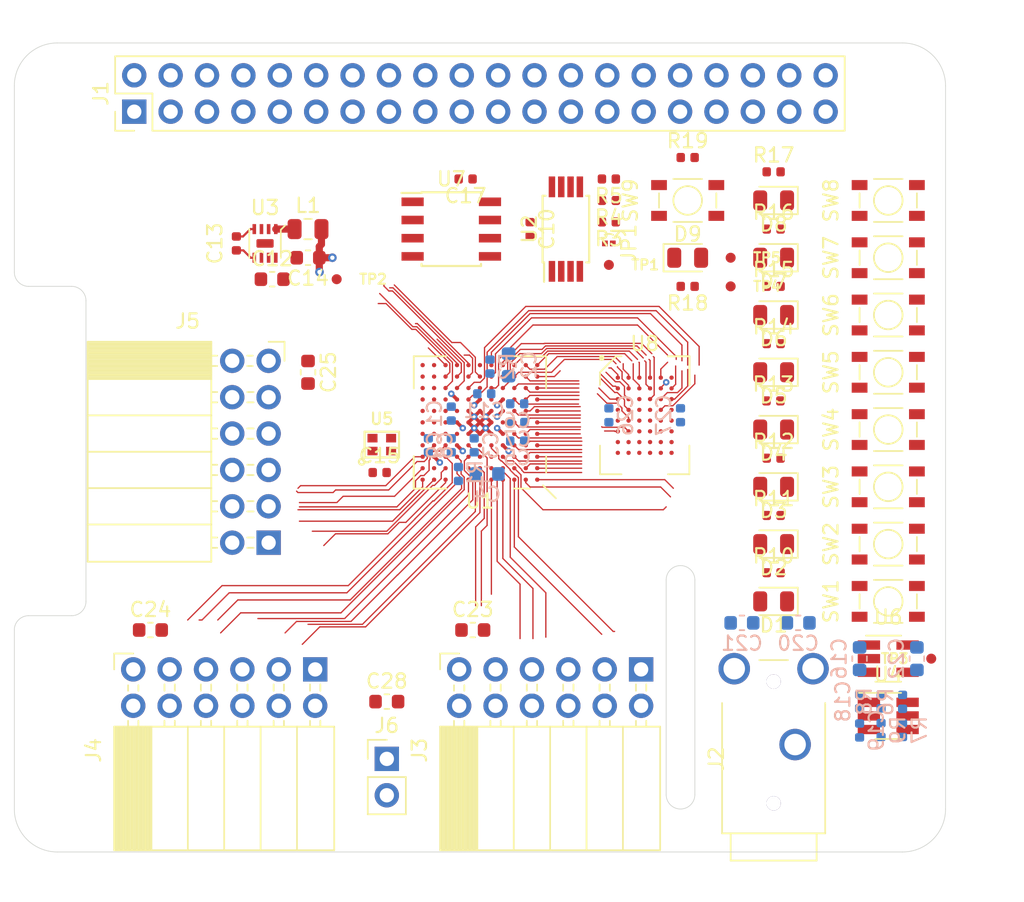
<source format=kicad_pcb>
(kicad_pcb (version 20171130) (host pcbnew 5.1.2+dfsg1-1)
  (layers (0 F.Cu signal) (1 In1.Cu power hide) (2 In2.Cu power) (31 B.Cu signal) (34 B.Paste user) (35 F.Paste user) (36 B.SilkS user hide) (37 F.SilkS user hide) (38 B.Mask user) (39 F.Mask user) (44 Edge.Cuts user))
  (net 0 "")
  (net 1 GND)
  (net 2 +1V2)
  (net 3 "Net-(C2-Pad2)")
  (net 4 "Net-(C2-Pad1)")
  (net 5 "Net-(C4-Pad2)")
  (net 6 "Net-(C4-Pad1)")
  (net 7 +3V3)
  (net 8 +5V)
  (net 9 "Net-(C13-Pad2)")
  (net 10 "Net-(C18-Pad1)")
  (net 11 "Net-(C19-Pad1)")
  (net 12 "Net-(C20-Pad1)")
  (net 13 "Net-(C21-Pad1)")
  (net 14 +3.3VDAC)
  (net 15 "Net-(D1-Pad1)")
  (net 16 /LED0)
  (net 17 /LED1)
  (net 18 "Net-(D2-Pad1)")
  (net 19 "Net-(D3-Pad1)")
  (net 20 /LED2)
  (net 21 /LED3)
  (net 22 "Net-(D4-Pad1)")
  (net 23 /LED4)
  (net 24 "Net-(D5-Pad1)")
  (net 25 "Net-(D6-Pad1)")
  (net 26 /LED5)
  (net 27 /LED6)
  (net 28 "Net-(D7-Pad1)")
  (net 29 "Net-(D8-Pad1)")
  (net 30 /LED7)
  (net 31 /GP13_FPGA_CDONE)
  (net 32 "Net-(J1-Pad3)")
  (net 33 "Net-(J1-Pad5)")
  (net 34 "Net-(J1-Pad7)")
  (net 35 /GP14_UART_TXD)
  (net 36 /GP15_UART_RXD)
  (net 37 "Net-(J1-Pad11)")
  (net 38 "Net-(J1-Pad12)")
  (net 39 /GP27_SDIO_DAT3)
  (net 40 /GP22_SDIO_CLK)
  (net 41 /GP23_SDIO_CMD)
  (net 42 /GP24_SDIO_DAT0)
  (net 43 /GP10_SPI_MOSI)
  (net 44 /GP9_SPI_MISO)
  (net 45 /GP25_SDIO_DAT1)
  (net 46 /GP11_SPI_SCK)
  (net 47 /GP8_SPI_~CS)
  (net 48 "Net-(J1-Pad26)")
  (net 49 /ID_SD)
  (net 50 /ID_SC)
  (net 51 "Net-(J1-Pad29)")
  (net 52 "Net-(J1-Pad31)")
  (net 53 /GP12_FPGA_~RST)
  (net 54 "Net-(J1-Pad35)")
  (net 55 "Net-(J1-Pad36)")
  (net 56 /GP26_SDIO_DAT2)
  (net 57 "Net-(J1-Pad38)")
  (net 58 "Net-(J1-Pad40)")
  (net 59 /IO0_0)
  (net 60 /IO0_1)
  (net 61 /IO0_2)
  (net 62 /IO0_3)
  (net 63 /IO0_4)
  (net 64 /IO0_5)
  (net 65 /IO0_6)
  (net 66 /IO0_7)
  (net 67 /IO1_7)
  (net 68 /IO1_6)
  (net 69 /IO1_5)
  (net 70 /IO1_4)
  (net 71 /IO1_3)
  (net 72 /IO1_2)
  (net 73 /IO1_1)
  (net 74 /IO1_0)
  (net 75 /IO2_0)
  (net 76 /IO2_1)
  (net 77 /IO2_2)
  (net 78 /IO2_3)
  (net 79 /IO2_4)
  (net 80 /IO2_5)
  (net 81 /IO2_6)
  (net 82 /IO2_7)
  (net 83 "Net-(JP1-Pad1)")
  (net 84 "Net-(L1-Pad1)")
  (net 85 "Net-(R6-Pad2)")
  (net 86 "Net-(R7-Pad2)")
  (net 87 /SW0)
  (net 88 /SW1)
  (net 89 /SW2)
  (net 90 /SW3)
  (net 91 /SW4)
  (net 92 /SW5)
  (net 93 /SW6)
  (net 94 /SW7)
  (net 95 /SRAM_DQ0)
  (net 96 /SRAM_DQ5)
  (net 97 /SRAM_DQ7)
  (net 98 /SRAM_DQ6)
  (net 99 /SRAM_DQ12)
  (net 100 /SRAM_A9)
  (net 101 /SRAM_A2)
  (net 102 /SRAM_A4)
  (net 103 /SRAM_A5)
  (net 104 /SRAM_A10)
  (net 105 /SRAM_DQ1)
  (net 106 /SRAM_DQ4)
  (net 107 /SRAM_DQ8)
  (net 108 /SRAM_DQ10)
  (net 109 /SRAM_DQ13)
  (net 110 /SRAM_DQ15)
  (net 111 /SRAM_A3)
  (net 112 /SRAM_A7)
  (net 113 /SRAM_A6)
  (net 114 /SRAM_A12)
  (net 115 /SRAM_DQ3)
  (net 116 /SRAM_DQ9)
  (net 117 /SRAM_DQ11)
  (net 118 /SRAM_A8)
  (net 119 /SRAM_A0)
  (net 120 /SRAM_A1)
  (net 121 /SRAM_A11)
  (net 122 /SRAM_A13)
  (net 123 /SRAM_A15)
  (net 124 /SRAM_DQ2)
  (net 125 /SRAM_DQ14)
  (net 126 /SRAM_A14)
  (net 127 /SRAM_A17)
  (net 128 /SRAM_A16)
  (net 129 /SRAM_~WE)
  (net 130 /SRAM_~OE)
  (net 131 /SRAM_~LB)
  (net 132 /SRAM_~UB)
  (net 133 /AUDIO_R_PWM)
  (net 134 "Net-(U1-PadB10)")
  (net 135 /CLK_OSC)
  (net 136 /AUDIO_L_PWM)
  (module Capacitor_SMD:C_0402_1005Metric (layer B.Cu) (at 128.9 108.1 90)
    (fp_text reference C8 (at 0 1.17 90) (layer B.SilkS) (effects (justify mirror)))
    (fp_text value 100n)
    (pad 2 smd roundrect (at 0.485 0 90) (size 0.59 0.64) (layers B.Cu B.Paste B.Mask) (net 1 GND))
    (pad 1 smd roundrect (at -0.485 0 90) (size 0.59 0.64) (layers B.Cu B.Paste B.Mask) (net 7 +3V3))
  )
  (module fpga_hat:BGA-121_11x11_9.0x9.0mm (layer F.Cu) (at 132.5 106.5 180)
    (fp_text reference U1 (at 0 -5.5) (layer F.SilkS))
    (fp_text value iCE40-HX8k-BG121)
    (pad A1 smd circle (at -4 -4 180) (size 0.3 0.3) (layers F.Cu F.Paste F.Mask) (net 79 /IO2_4))
    (pad B1 smd circle (at -4 -3.2 180) (size 0.3 0.3) (layers F.Cu F.Paste F.Mask) (net 95 /SRAM_DQ0))
    (pad C1 smd circle (at -4 -2.4 180) (size 0.3 0.3) (layers F.Cu F.Paste F.Mask) (net 96 /SRAM_DQ5))
    (pad D1 smd circle (at -4 -1.6 180) (size 0.3 0.3) (layers F.Cu F.Paste F.Mask) (net 97 /SRAM_DQ7))
    (pad E1 smd circle (at -4 -0.8 180) (size 0.3 0.3) (layers F.Cu F.Paste F.Mask) (net 98 /SRAM_DQ6))
    (pad F1 smd circle (at -4 0 180) (size 0.3 0.3) (layers F.Cu F.Paste F.Mask) (net 119 /SRAM_A0))
    (pad G1 smd circle (at -4 0.8 180) (size 0.3 0.3) (layers F.Cu F.Paste F.Mask) (net 117 /SRAM_DQ11))
    (pad H1 smd circle (at -4 1.6 180) (size 0.3 0.3) (layers F.Cu F.Paste F.Mask) (net 101 /SRAM_A2))
    (pad J1 smd circle (at -4 2.4 180) (size 0.3 0.3) (layers F.Cu F.Paste F.Mask) (net 102 /SRAM_A4))
    (pad K1 smd circle (at -4 3.2 180) (size 0.3 0.3) (layers F.Cu F.Paste F.Mask) (net 103 /SRAM_A5))
    (pad L1 smd circle (at -4 4 180) (size 0.3 0.3) (layers F.Cu F.Paste F.Mask) (net 104 /SRAM_A10))
    (pad A2 smd circle (at -3.2 -4 180) (size 0.3 0.3) (layers F.Cu F.Paste F.Mask) (net 77 /IO2_2))
    (pad B2 smd circle (at -3.2 -3.2 180) (size 0.3 0.3) (layers F.Cu F.Paste F.Mask) (net 105 /SRAM_DQ1))
    (pad C2 smd circle (at -3.2 -2.4 180) (size 0.3 0.3) (layers F.Cu F.Paste F.Mask) (net 106 /SRAM_DQ4))
    (pad D2 smd circle (at -3.2 -1.6 180) (size 0.3 0.3) (layers F.Cu F.Paste F.Mask) (net 107 /SRAM_DQ8))
    (pad E2 smd circle (at -3.2 -0.8 180) (size 0.3 0.3) (layers F.Cu F.Paste F.Mask) (net 108 /SRAM_DQ10))
    (pad F2 smd circle (at -3.2 0 180) (size 0.3 0.3) (layers F.Cu F.Paste F.Mask) (net 109 /SRAM_DQ13))
    (pad G2 smd circle (at -3.2 0.8 180) (size 0.3 0.3) (layers F.Cu F.Paste F.Mask) (net 110 /SRAM_DQ15))
    (pad H2 smd circle (at -3.2 1.6 180) (size 0.3 0.3) (layers F.Cu F.Paste F.Mask) (net 111 /SRAM_A3))
    (pad J2 smd circle (at -3.2 2.4 180) (size 0.3 0.3) (layers F.Cu F.Paste F.Mask) (net 112 /SRAM_A7))
    (pad K2 smd circle (at -3.2 3.2 180) (size 0.3 0.3) (layers F.Cu F.Paste F.Mask) (net 113 /SRAM_A6))
    (pad L2 smd circle (at -3.2 4 180) (size 0.3 0.3) (layers F.Cu F.Paste F.Mask) (net 114 /SRAM_A12))
    (pad A3 smd circle (at -2.4 -4 180) (size 0.3 0.3) (layers F.Cu F.Paste F.Mask) (net 78 /IO2_3))
    (pad B3 smd circle (at -2.4 -3.2 180) (size 0.3 0.3) (layers F.Cu F.Paste F.Mask) (net 76 /IO2_1))
    (pad C3 smd circle (at -2.4 -2.4 180) (size 0.3 0.3) (layers F.Cu F.Paste F.Mask) (net 115 /SRAM_DQ3))
    (pad D3 smd circle (at -2.4 -1.6 180) (size 0.3 0.3) (layers F.Cu F.Paste F.Mask) (net 116 /SRAM_DQ9))
    (pad E3 smd circle (at -2.4 -0.8 180) (size 0.3 0.3) (layers F.Cu F.Paste F.Mask) (net 100 /SRAM_A9))
    (pad F3 smd circle (at -2.4 0 180) (size 0.3 0.3) (layers F.Cu F.Paste F.Mask) (net 118 /SRAM_A8))
    (pad G3 smd circle (at -2.4 0.8 180) (size 0.3 0.3) (layers F.Cu F.Paste F.Mask) (net 99 /SRAM_DQ12))
    (pad H3 smd circle (at -2.4 1.6 180) (size 0.3 0.3) (layers F.Cu F.Paste F.Mask) (net 120 /SRAM_A1))
    (pad J3 smd circle (at -2.4 2.4 180) (size 0.3 0.3) (layers F.Cu F.Paste F.Mask) (net 121 /SRAM_A11))
    (pad K3 smd circle (at -2.4 3.2 180) (size 0.3 0.3) (layers F.Cu F.Paste F.Mask) (net 122 /SRAM_A13))
    (pad L3 smd circle (at -2.4 4 180) (size 0.3 0.3) (layers F.Cu F.Paste F.Mask) (net 123 /SRAM_A15))
    (pad A4 smd circle (at -1.6 -4 180) (size 0.3 0.3) (layers F.Cu F.Paste F.Mask) (net 68 /IO1_6))
    (pad B4 smd circle (at -1.6 -3.2 180) (size 0.3 0.3) (layers F.Cu F.Paste F.Mask) (net 75 /IO2_0))
    (pad C4 smd circle (at -1.6 -2.4 180) (size 0.3 0.3) (layers F.Cu F.Paste F.Mask) (net 124 /SRAM_DQ2))
    (pad D4 smd circle (at -1.6 -1.6 180) (size 0.3 0.3) (layers F.Cu F.Paste F.Mask) (net 2 +1V2))
    (pad E4 smd circle (at -1.6 -0.8 180) (size 0.3 0.3) (layers F.Cu F.Paste F.Mask) (net 7 +3V3))
    (pad F4 smd circle (at -1.6 0 180) (size 0.3 0.3) (layers F.Cu F.Paste F.Mask) (net 125 /SRAM_DQ14))
    (pad G4 smd circle (at -1.6 0.8 180) (size 0.3 0.3) (layers F.Cu F.Paste F.Mask) (net 7 +3V3))
    (pad H4 smd circle (at -1.6 1.6 180) (size 0.3 0.3) (layers F.Cu F.Paste F.Mask) (net 2 +1V2))
    (pad J4 smd circle (at -1.6 2.4 180) (size 0.3 0.3) (layers F.Cu F.Paste F.Mask) (net 126 /SRAM_A14))
    (pad K4 smd circle (at -1.6 3.2 180) (size 0.3 0.3) (layers F.Cu F.Paste F.Mask) (net 127 /SRAM_A17))
    (pad L4 smd circle (at -1.6 4 180) (size 0.3 0.3) (layers F.Cu F.Paste F.Mask) (net 128 /SRAM_A16))
    (pad A5 smd circle (at -0.8 -4 180) (size 0.3 0.3) (layers F.Cu F.Paste F.Mask) (net 70 /IO1_4))
    (pad B5 smd circle (at -0.8 -3.2 180) (size 0.3 0.3) (layers F.Cu F.Paste F.Mask) (net 69 /IO1_5))
    (pad C5 smd circle (at -0.8 -2.4 180) (size 0.3 0.3) (layers F.Cu F.Paste F.Mask) (net 5 "Net-(C4-Pad2)"))
    (pad D5 smd circle (at -0.8 -1.6 180) (size 0.3 0.3) (layers F.Cu F.Paste F.Mask) (net 67 /IO1_7))
    (pad E5 smd circle (at -0.8 -0.8 180) (size 0.3 0.3) (layers F.Cu F.Paste F.Mask) (net 1 GND))
    (pad F5 smd circle (at -0.8 0 180) (size 0.3 0.3) (layers F.Cu F.Paste F.Mask) (net 1 GND))
    (pad G5 smd circle (at -0.8 0.8 180) (size 0.3 0.3) (layers F.Cu F.Paste F.Mask) (net 1 GND))
    (pad H5 smd circle (at -0.8 1.6 180) (size 0.3 0.3) (layers F.Cu F.Paste F.Mask) (net 1 GND))
    (pad J5 smd circle (at -0.8 2.4 180) (size 0.3 0.3) (layers F.Cu F.Paste F.Mask) (net 129 /SRAM_~WE))
    (pad K5 smd circle (at -0.8 3.2 180) (size 0.3 0.3) (layers F.Cu F.Paste F.Mask) (net 130 /SRAM_~OE))
    (pad L5 smd circle (at -0.8 4 180) (size 0.3 0.3) (layers F.Cu F.Paste F.Mask) (net 56 /GP26_SDIO_DAT2))
    (pad A6 smd circle (at 0 -4 180) (size 0.3 0.3) (layers F.Cu F.Paste F.Mask) (net 71 /IO1_3))
    (pad B6 smd circle (at 0 -3.2 180) (size 0.3 0.3) (layers F.Cu F.Paste F.Mask) (net 81 /IO2_6))
    (pad C6 smd circle (at 0 -2.4 180) (size 0.3 0.3) (layers F.Cu F.Paste F.Mask) (net 6 "Net-(C4-Pad1)"))
    (pad D6 smd circle (at 0 -1.6 180) (size 0.3 0.3) (layers F.Cu F.Paste F.Mask) (net 7 +3V3))
    (pad E6 smd circle (at 0 -0.8 180) (size 0.3 0.3) (layers F.Cu F.Paste F.Mask) (net 1 GND))
    (pad F6 smd circle (at 0 0 180) (size 0.3 0.3) (layers F.Cu F.Paste F.Mask) (net 1 GND))
    (pad G6 smd circle (at 0 0.8 180) (size 0.3 0.3) (layers F.Cu F.Paste F.Mask) (net 1 GND))
    (pad H6 smd circle (at 0 1.6 180) (size 0.3 0.3) (layers F.Cu F.Paste F.Mask) (net 7 +3V3))
    (pad J6 smd circle (at 0 2.4 180) (size 0.3 0.3) (layers F.Cu F.Paste F.Mask) (net 4 "Net-(C2-Pad1)"))
    (pad K6 smd circle (at 0 3.2 180) (size 0.3 0.3) (layers F.Cu F.Paste F.Mask) (net 39 /GP27_SDIO_DAT3))
    (pad L6 smd circle (at 0 4 180) (size 0.3 0.3) (layers F.Cu F.Paste F.Mask) (net 3 "Net-(C2-Pad2)"))
    (pad A7 smd circle (at 0.8 -4 180) (size 0.3 0.3) (layers F.Cu F.Paste F.Mask) (net 72 /IO1_2))
    (pad B7 smd circle (at 0.8 -3.2 180) (size 0.3 0.3) (layers F.Cu F.Paste F.Mask) (net 80 /IO2_5))
    (pad C7 smd circle (at 0.8 -2.4 180) (size 0.3 0.3) (layers F.Cu F.Paste F.Mask) (net 73 /IO1_1))
    (pad D7 smd circle (at 0.8 -1.6 180) (size 0.3 0.3) (layers F.Cu F.Paste F.Mask) (net 66 /IO0_7))
    (pad E7 smd circle (at 0.8 -0.8 180) (size 0.3 0.3) (layers F.Cu F.Paste F.Mask) (net 1 GND))
    (pad F7 smd circle (at 0.8 0 180) (size 0.3 0.3) (layers F.Cu F.Paste F.Mask) (net 1 GND))
    (pad G7 smd circle (at 0.8 0.8 180) (size 0.3 0.3) (layers F.Cu F.Paste F.Mask) (net 1 GND))
    (pad H7 smd circle (at 0.8 1.6 180) (size 0.3 0.3) (layers F.Cu F.Paste F.Mask) (net 131 /SRAM_~LB))
    (pad J7 smd circle (at 0.8 2.4 180) (size 0.3 0.3) (layers F.Cu F.Paste F.Mask) (net 132 /SRAM_~UB))
    (pad K7 smd circle (at 0.8 3.2 180) (size 0.3 0.3) (layers F.Cu F.Paste F.Mask) (net 133 /AUDIO_R_PWM))
    (pad L7 smd circle (at 0.8 4 180) (size 0.3 0.3) (layers F.Cu F.Paste F.Mask) (net 41 /GP23_SDIO_CMD))
    (pad A8 smd circle (at 1.6 -4 180) (size 0.3 0.3) (layers F.Cu F.Paste F.Mask) (net 74 /IO1_0))
    (pad B8 smd circle (at 1.6 -3.2 180) (size 0.3 0.3) (layers F.Cu F.Paste F.Mask) (net 63 /IO0_4))
    (pad C8 smd circle (at 1.6 -2.4 180) (size 0.3 0.3) (layers F.Cu F.Paste F.Mask) (net 65 /IO0_6))
    (pad D8 smd circle (at 1.6 -1.6 180) (size 0.3 0.3) (layers F.Cu F.Paste F.Mask) (net 2 +1V2))
    (pad E8 smd circle (at 1.6 -0.8 180) (size 0.3 0.3) (layers F.Cu F.Paste F.Mask) (net 90 /SW3))
    (pad F8 smd circle (at 1.6 0 180) (size 0.3 0.3) (layers F.Cu F.Paste F.Mask) (net 7 +3V3))
    (pad G8 smd circle (at 1.6 0.8 180) (size 0.3 0.3) (layers F.Cu F.Paste F.Mask) (net 21 /LED3))
    (pad H8 smd circle (at 1.6 1.6 180) (size 0.3 0.3) (layers F.Cu F.Paste F.Mask) (net 2 +1V2))
    (pad J8 smd circle (at 1.6 2.4 180) (size 0.3 0.3) (layers F.Cu F.Paste F.Mask) (net 40 /GP22_SDIO_CLK))
    (pad K8 smd circle (at 1.6 3.2 180) (size 0.3 0.3) (layers F.Cu F.Paste F.Mask) (net 31 /GP13_FPGA_CDONE))
    (pad L8 smd circle (at 1.6 4 180) (size 0.3 0.3) (layers F.Cu F.Paste F.Mask) (net 42 /GP24_SDIO_DAT0))
    (pad A9 smd circle (at 2.4 -4 180) (size 0.3 0.3) (layers F.Cu F.Paste F.Mask) (net 64 /IO0_5))
    (pad B9 smd circle (at 2.4 -3.2 180) (size 0.3 0.3) (layers F.Cu F.Paste F.Mask) (net 62 /IO0_3))
    (pad C9 smd circle (at 2.4 -2.4 180) (size 0.3 0.3) (layers F.Cu F.Paste F.Mask) (net 61 /IO0_2))
    (pad D9 smd circle (at 2.4 -1.6 180) (size 0.3 0.3) (layers F.Cu F.Paste F.Mask) (net 91 /SW4))
    (pad E9 smd circle (at 2.4 -0.8 180) (size 0.3 0.3) (layers F.Cu F.Paste F.Mask) (net 89 /SW2))
    (pad F9 smd circle (at 2.4 0 180) (size 0.3 0.3) (layers F.Cu F.Paste F.Mask) (net 88 /SW1))
    (pad G9 smd circle (at 2.4 0.8 180) (size 0.3 0.3) (layers F.Cu F.Paste F.Mask) (net 27 /LED6))
    (pad H9 smd circle (at 2.4 1.6 180) (size 0.3 0.3) (layers F.Cu F.Paste F.Mask) (net 45 /GP25_SDIO_DAT1))
    (pad J9 smd circle (at 2.4 2.4 180) (size 0.3 0.3) (layers F.Cu F.Paste F.Mask) (net 44 /GP9_SPI_MISO))
    (pad K9 smd circle (at 2.4 3.2 180) (size 0.3 0.3) (layers F.Cu F.Paste F.Mask) (net 43 /GP10_SPI_MOSI))
    (pad L9 smd circle (at 2.4 4 180) (size 0.3 0.3) (layers F.Cu F.Paste F.Mask) (net 53 /GP12_FPGA_~RST))
    (pad A10 smd circle (at 3.2 -4 180) (size 0.3 0.3) (layers F.Cu F.Paste F.Mask) (net 60 /IO0_1))
    (pad B10 smd circle (at 3.2 -3.2 180) (size 0.3 0.3) (layers F.Cu F.Paste F.Mask) (net 134 "Net-(U1-PadB10)"))
    (pad C10 smd circle (at 3.2 -2.4 180) (size 0.3 0.3) (layers F.Cu F.Paste F.Mask) (net 7 +3V3))
    (pad D10 smd circle (at 3.2 -1.6 180) (size 0.3 0.3) (layers F.Cu F.Paste F.Mask) (net 94 /SW7))
    (pad E10 smd circle (at 3.2 -0.8 180) (size 0.3 0.3) (layers F.Cu F.Paste F.Mask) (net 135 /CLK_OSC))
    (pad F10 smd circle (at 3.2 0 180) (size 0.3 0.3) (layers F.Cu F.Paste F.Mask) (net 87 /SW0))
    (pad G10 smd circle (at 3.2 0.8 180) (size 0.3 0.3) (layers F.Cu F.Paste F.Mask) (net 26 /LED5))
    (pad H10 smd circle (at 3.2 1.6 180) (size 0.3 0.3) (layers F.Cu F.Paste F.Mask) (net 17 /LED1))
    (pad J10 smd circle (at 3.2 2.4 180) (size 0.3 0.3) (layers F.Cu F.Paste F.Mask) (net 20 /LED2))
    (pad K10 smd circle (at 3.2 3.2 180) (size 0.3 0.3) (layers F.Cu F.Paste F.Mask) (net 47 /GP8_SPI_~CS))
    (pad L10 smd circle (at 3.2 4 180) (size 0.3 0.3) (layers F.Cu F.Paste F.Mask) (net 46 /GP11_SPI_SCK))
    (pad A11 smd circle (at 4 -4 180) (size 0.3 0.3) (layers F.Cu F.Paste F.Mask) (net 59 /IO0_0))
    (pad B11 smd circle (at 4 -3.2 180) (size 0.3 0.3) (layers F.Cu F.Paste F.Mask) (net 36 /GP15_UART_RXD))
    (pad C11 smd circle (at 4 -2.4 180) (size 0.3 0.3) (layers F.Cu F.Paste F.Mask) (net 35 /GP14_UART_TXD))
    (pad D11 smd circle (at 4 -1.6 180) (size 0.3 0.3) (layers F.Cu F.Paste F.Mask) (net 93 /SW6))
    (pad E11 smd circle (at 4 -0.8 180) (size 0.3 0.3) (layers F.Cu F.Paste F.Mask) (net 92 /SW5))
    (pad F11 smd circle (at 4 0 180) (size 0.3 0.3) (layers F.Cu F.Paste F.Mask) (net 136 /AUDIO_L_PWM))
    (pad G11 smd circle (at 4 0.8 180) (size 0.3 0.3) (layers F.Cu F.Paste F.Mask) (net 30 /LED7))
    (pad H11 smd circle (at 4 1.6 180) (size 0.3 0.3) (layers F.Cu F.Paste F.Mask) (net 23 /LED4))
    (pad J11 smd circle (at 4 2.4 180) (size 0.3 0.3) (layers F.Cu F.Paste F.Mask) (net 82 /IO2_7))
    (pad K11 smd circle (at 4 3.2 180) (size 0.3 0.3) (layers F.Cu F.Paste F.Mask) (net 16 /LED0))
    (pad L11 smd circle (at 4 4 180) (size 0.3 0.3) (layers F.Cu F.Paste F.Mask) (net 7 +3V3))
  )
  (module fpga_hat:MOUNTHOLE_M2.5 (layer F.Cu) (at 161.5 83.5)
    (fp_text reference REF** hide)
    (fp_text value MOUNTHOLE_M2.5 hide)
    (pad "" np_thru_hole circle (at 0 0) (size 2.75 2.75) (drill 2.75) (layers *.Cu *.Mask) (thermal_gap 1.9))
  )
  (module fpga_hat:MOUNTHOLE_M2.5 (layer F.Cu) (at 161.5 133)
    (fp_text reference REF** hide)
    (fp_text value MOUNTHOLE_M2.5 hide)
    (pad "" np_thru_hole circle (at 0 0) (size 2.75 2.75) (drill 2.75) (layers *.Cu *.Mask) (thermal_gap 1.9))
  )
  (module fpga_hat:MOUNTHOLE_M2.5 (layer F.Cu) (at 103.5 133)
    (fp_text reference REF** hide)
    (fp_text value MOUNTHOLE_M2.5 hide)
    (pad "" np_thru_hole circle (at 0 0) (size 2.75 2.75) (drill 2.75) (layers *.Cu *.Mask) (thermal_gap 1.9))
  )
  (module fpga_hat:MOUNTHOLE_M2.5 (layer F.Cu) (at 103.5 83.5)
    (fp_text reference REF** hide)
    (fp_text value MOUNTHOLE_M2.5 hide)
    (pad "" np_thru_hole circle (at 0 0) (size 2.75 2.75) (drill 2.75) (layers *.Cu *.Mask) (thermal_gap 1.9))
  )
  (module Capacitor_SMD:C_0402_1005Metric (layer B.Cu) (at 130.5 105.885 270)
    (fp_text reference C1 (at 0 1.17 90) (layer B.SilkS) (effects (justify mirror)))
    (fp_text value 100n)
    (pad 2 smd roundrect (at 0.485 0 270) (size 0.59 0.64) (layers B.Cu B.Paste B.Mask) (net 1 GND))
    (pad 1 smd roundrect (at -0.485 0 270) (size 0.59 0.64) (layers B.Cu B.Paste B.Mask) (net 2 +1V2))
  )
  (module Capacitor_SMD:C_0603_1608Metric (layer B.Cu) (at 134.5 102.4875 90)
    (fp_text reference C2 (at 0 1.43 90) (layer B.SilkS) (effects (justify mirror)))
    (fp_text value 4u7)
    (pad 2 smd roundrect (at 0.7875 0 90) (size 0.875 0.95) (layers B.Cu B.Paste B.Mask) (net 3 "Net-(C2-Pad2)"))
    (pad 1 smd roundrect (at -0.7875 0 90) (size 0.875 0.95) (layers B.Cu B.Paste B.Mask) (net 4 "Net-(C2-Pad1)"))
  )
  (module Capacitor_SMD:C_0402_1005Metric (layer B.Cu) (at 132.1 108.1 90)
    (fp_text reference C3 (at 0 1.17 90) (layer B.SilkS) (effects (justify mirror)))
    (fp_text value 100n)
    (pad 1 smd roundrect (at -0.485 0 90) (size 0.59 0.64) (layers B.Cu B.Paste B.Mask) (net 2 +1V2))
    (pad 2 smd roundrect (at 0.485 0 90) (size 0.59 0.64) (layers B.Cu B.Paste B.Mask) (net 1 GND))
  )
  (module Capacitor_SMD:C_0603_1608Metric (layer B.Cu) (at 133 110.1)
    (fp_text reference C4 (at 0 1.43) (layer B.SilkS) (effects (justify mirror)))
    (fp_text value 4u7)
    (pad 1 smd roundrect (at -0.7875 0) (size 0.875 0.95) (layers B.Cu B.Paste B.Mask) (net 6 "Net-(C4-Pad1)"))
    (pad 2 smd roundrect (at 0.7875 0) (size 0.875 0.95) (layers B.Cu B.Paste B.Mask) (net 5 "Net-(C4-Pad2)"))
  )
  (module Capacitor_SMD:C_0402_1005Metric (layer B.Cu) (at 135.1 107.8)
    (fp_text reference C5 (at 0 1.17 180) (layer B.SilkS) (effects (justify mirror)))
    (fp_text value 100n)
    (pad 1 smd roundrect (at -0.485 0) (size 0.59 0.64) (layers B.Cu B.Paste B.Mask) (net 2 +1V2))
    (pad 2 smd roundrect (at 0.485 0) (size 0.59 0.64) (layers B.Cu B.Paste B.Mask) (net 1 GND))
  )
  (module Capacitor_SMD:C_0402_1005Metric (layer B.Cu) (at 135.1 105.2)
    (fp_text reference C6 (at 0 1.17) (layer B.SilkS) (effects (justify mirror)))
    (fp_text value 100n)
    (pad 2 smd roundrect (at 0.485 0) (size 0.59 0.64) (layers B.Cu B.Paste B.Mask) (net 1 GND))
    (pad 1 smd roundrect (at -0.485 0) (size 0.59 0.64) (layers B.Cu B.Paste B.Mask) (net 2 +1V2))
  )
  (module Capacitor_SMD:C_0402_1005Metric (layer B.Cu) (at 135.115 106.5)
    (fp_text reference C7 (at 0 1.17 180) (layer B.SilkS) (effects (justify mirror)))
    (fp_text value 100n)
    (pad 2 smd roundrect (at 0.485 0) (size 0.59 0.64) (layers B.Cu B.Paste B.Mask) (net 1 GND))
    (pad 1 smd roundrect (at -0.485 0) (size 0.59 0.64) (layers B.Cu B.Paste B.Mask) (net 7 +3V3))
  )
  (module Capacitor_SMD:C_0402_1005Metric (layer B.Cu) (at 130.5 108.1 270)
    (fp_text reference C9 (at 0 1.17 90) (layer B.SilkS) (effects (justify mirror)))
    (fp_text value 100n)
    (pad 2 smd roundrect (at 0.485 0 270) (size 0.59 0.64) (layers B.Cu B.Paste B.Mask) (net 1 GND))
    (pad 1 smd roundrect (at -0.485 0 270) (size 0.59 0.64) (layers B.Cu B.Paste B.Mask) (net 7 +3V3))
  )
  (module Capacitor_SMD:C_0402_1005Metric (layer F.Cu) (at 136 93 270)
    (fp_text reference C10 (at 0 -1.17 90) (layer F.SilkS))
    (fp_text value 100n)
    (pad 2 smd roundrect (at 0.485 0 270) (size 0.59 0.64) (layers F.Cu F.Paste F.Mask) (net 1 GND))
    (pad 1 smd roundrect (at -0.485 0 270) (size 0.59 0.64) (layers F.Cu F.Paste F.Mask) (net 7 +3V3))
  )
  (module Capacitor_SMD:C_0402_1005Metric (layer B.Cu) (at 132.8 104.5)
    (fp_text reference C11 (at 0 1.17) (layer B.SilkS) (effects (justify mirror)))
    (fp_text value 100n)
    (pad 1 smd roundrect (at -0.485 0) (size 0.59 0.64) (layers B.Cu B.Paste B.Mask) (net 7 +3V3))
    (pad 2 smd roundrect (at 0.485 0) (size 0.59 0.64) (layers B.Cu B.Paste B.Mask) (net 1 GND))
  )
  (module Capacitor_SMD:C_0603_1608Metric (layer F.Cu) (at 118 96.5)
    (fp_text reference C12 (at 0 -1.43) (layer F.SilkS))
    (fp_text value 4u7)
    (pad 2 smd roundrect (at 0.7875 0) (size 0.875 0.95) (layers F.Cu F.Paste F.Mask) (net 1 GND))
    (pad 1 smd roundrect (at -0.7875 0) (size 0.875 0.95) (layers F.Cu F.Paste F.Mask) (net 8 +5V))
  )
  (module Capacitor_SMD:C_0402_1005Metric (layer F.Cu) (at 115.5 94 270)
    (fp_text reference C13 (at 0 1.5 90) (layer F.SilkS))
    (fp_text value 560p)
    (pad 1 smd roundrect (at -0.485 0 270) (size 0.59 0.64) (layers F.Cu F.Paste F.Mask) (net 2 +1V2))
    (pad 2 smd roundrect (at 0.485 0 270) (size 0.59 0.64) (layers F.Cu F.Paste F.Mask) (net 9 "Net-(C13-Pad2)"))
  )
  (module Capacitor_SMD:C_0603_1608Metric (layer F.Cu) (at 120.5 95 180)
    (fp_text reference C14 (at 0 -1.43) (layer F.SilkS))
    (fp_text value 4u7)
    (pad 2 smd roundrect (at 0.7875 0 180) (size 0.875 0.95) (layers F.Cu F.Paste F.Mask) (net 1 GND))
    (pad 1 smd roundrect (at -0.7875 0 180) (size 0.875 0.95) (layers F.Cu F.Paste F.Mask) (net 2 +1V2))
  )
  (module Capacitor_SMD:C_0402_1005Metric (layer F.Cu) (at 125.5 110)
    (fp_text reference C15 (at 0 -1.17) (layer F.SilkS))
    (fp_text value 100n)
    (pad 2 smd roundrect (at 0.485 0) (size 0.59 0.64) (layers F.Cu F.Paste F.Mask) (net 1 GND))
    (pad 1 smd roundrect (at -0.485 0) (size 0.59 0.64) (layers F.Cu F.Paste F.Mask) (net 7 +3V3))
  )
  (module Capacitor_SMD:C_0603_1608Metric (layer B.Cu) (at 159 123 270)
    (fp_text reference C16 (at 0 1.43 90) (layer B.SilkS) (effects (justify mirror)))
    (fp_text value 1u)
    (pad 1 smd roundrect (at -0.7875 0 270) (size 0.875 0.95) (layers B.Cu B.Paste B.Mask) (net 8 +5V))
    (pad 2 smd roundrect (at 0.7875 0 270) (size 0.875 0.95) (layers B.Cu B.Paste B.Mask) (net 1 GND))
  )
  (module Capacitor_SMD:C_0402_1005Metric (layer F.Cu) (at 131.5 89.5 180)
    (fp_text reference C17 (at 0 -1.17) (layer F.SilkS))
    (fp_text value 100n)
    (pad 1 smd roundrect (at -0.485 0 180) (size 0.59 0.64) (layers F.Cu F.Paste F.Mask) (net 7 +3V3))
    (pad 2 smd roundrect (at 0.485 0 180) (size 0.59 0.64) (layers F.Cu F.Paste F.Mask) (net 1 GND))
  )
  (module Capacitor_SMD:C_0402_1005Metric (layer B.Cu) (at 159 125.985 270)
    (fp_text reference C18 (at 0 1.17 90) (layer B.SilkS) (effects (justify mirror)))
    (fp_text value 100n)
    (pad 1 smd roundrect (at -0.485 0 270) (size 0.59 0.64) (layers B.Cu B.Paste B.Mask) (net 10 "Net-(C18-Pad1)"))
    (pad 2 smd roundrect (at 0.485 0 270) (size 0.59 0.64) (layers B.Cu B.Paste B.Mask) (net 1 GND))
  )
  (module Capacitor_SMD:C_0402_1005Metric (layer B.Cu) (at 159 128.015 90)
    (fp_text reference C19 (at 0 1.17 90) (layer B.SilkS) (effects (justify mirror)))
    (fp_text value 100n)
    (pad 1 smd roundrect (at -0.485 0 90) (size 0.59 0.64) (layers B.Cu B.Paste B.Mask) (net 11 "Net-(C19-Pad1)"))
    (pad 2 smd roundrect (at 0.485 0 90) (size 0.59 0.64) (layers B.Cu B.Paste B.Mask) (net 1 GND))
  )
  (module Capacitor_SMD:C_0603_1608Metric (layer B.Cu) (at 154.7125 120.5)
    (fp_text reference C20 (at 0 1.43) (layer B.SilkS) (effects (justify mirror)))
    (fp_text value 4u7)
    (pad 1 smd roundrect (at -0.7875 0) (size 0.875 0.95) (layers B.Cu B.Paste B.Mask) (net 12 "Net-(C20-Pad1)"))
    (pad 2 smd roundrect (at 0.7875 0) (size 0.875 0.95) (layers B.Cu B.Paste B.Mask) (net 10 "Net-(C18-Pad1)"))
  )
  (module Capacitor_SMD:C_0603_1608Metric (layer B.Cu) (at 150.7875 120.5)
    (fp_text reference C21 (at 0 1.43) (layer B.SilkS) (effects (justify mirror)))
    (fp_text value 4u7)
    (pad 1 smd roundrect (at -0.7875 0) (size 0.875 0.95) (layers B.Cu B.Paste B.Mask) (net 13 "Net-(C21-Pad1)"))
    (pad 2 smd roundrect (at 0.7875 0) (size 0.875 0.95) (layers B.Cu B.Paste B.Mask) (net 11 "Net-(C19-Pad1)"))
  )
  (module Capacitor_SMD:C_0603_1608Metric (layer B.Cu) (at 163 123 270)
    (fp_text reference C22 (at 0 1.43 90) (layer B.SilkS) (effects (justify mirror)))
    (fp_text value 1u)
    (pad 2 smd roundrect (at 0.7875 0 270) (size 0.875 0.95) (layers B.Cu B.Paste B.Mask) (net 1 GND))
    (pad 1 smd roundrect (at -0.7875 0 270) (size 0.875 0.95) (layers B.Cu B.Paste B.Mask) (net 14 +3.3VDAC))
  )
  (module Capacitor_SMD:C_0603_1608Metric (layer F.Cu) (at 132 121)
    (fp_text reference C23 (at 0 -1.43) (layer F.SilkS))
    (fp_text value 1u)
    (pad 2 smd roundrect (at 0.7875 0) (size 0.875 0.95) (layers F.Cu F.Paste F.Mask) (net 1 GND))
    (pad 1 smd roundrect (at -0.7875 0) (size 0.875 0.95) (layers F.Cu F.Paste F.Mask) (net 7 +3V3))
  )
  (module Capacitor_SMD:C_0603_1608Metric (layer F.Cu) (at 109.5 121)
    (fp_text reference C24 (at 0 -1.43) (layer F.SilkS))
    (fp_text value 1u)
    (pad 1 smd roundrect (at -0.7875 0) (size 0.875 0.95) (layers F.Cu F.Paste F.Mask) (net 7 +3V3))
    (pad 2 smd roundrect (at 0.7875 0) (size 0.875 0.95) (layers F.Cu F.Paste F.Mask) (net 1 GND))
  )
  (module Capacitor_SMD:C_0603_1608Metric (layer F.Cu) (at 120.5 103 270)
    (fp_text reference C25 (at 0 -1.43 90) (layer F.SilkS))
    (fp_text value 1u)
    (pad 2 smd roundrect (at 0.7875 0 270) (size 0.875 0.95) (layers F.Cu F.Paste F.Mask) (net 1 GND))
    (pad 1 smd roundrect (at -0.7875 0 270) (size 0.875 0.95) (layers F.Cu F.Paste F.Mask) (net 7 +3V3))
  )
  (module Capacitor_SMD:C_0402_1005Metric (layer B.Cu) (at 141.5 106 90)
    (fp_text reference C26 (at 0 1.17 270) (layer B.SilkS) (effects (justify mirror)))
    (fp_text value 100n)
    (pad 1 smd roundrect (at -0.485 0 90) (size 0.59 0.64) (layers B.Cu B.Paste B.Mask) (net 7 +3V3))
    (pad 2 smd roundrect (at 0.485 0 90) (size 0.59 0.64) (layers B.Cu B.Paste B.Mask) (net 1 GND))
  )
  (module Capacitor_SMD:C_0402_1005Metric (layer B.Cu) (at 146.5 106 270)
    (fp_text reference C27 (at 0 1.17 270) (layer B.SilkS) (effects (justify mirror)))
    (fp_text value 100n)
    (pad 2 smd roundrect (at 0.485 0 270) (size 0.59 0.64) (layers B.Cu B.Paste B.Mask) (net 1 GND))
    (pad 1 smd roundrect (at -0.485 0 270) (size 0.59 0.64) (layers B.Cu B.Paste B.Mask) (net 7 +3V3))
  )
  (module Capacitor_SMD:C_0603_1608Metric (layer F.Cu) (at 126 126)
    (fp_text reference C28 (at 0 -1.43) (layer F.SilkS))
    (fp_text value 1u)
    (pad 1 smd roundrect (at -0.7875 0) (size 0.875 0.95) (layers F.Cu F.Paste F.Mask) (net 8 +5V))
    (pad 2 smd roundrect (at 0.7875 0) (size 0.875 0.95) (layers F.Cu F.Paste F.Mask) (net 1 GND))
  )
  (module LED_SMD:LED_0805_2012Metric (layer F.Cu) (at 153 119 180)
    (fp_text reference D1 (at 0 -1.65) (layer F.SilkS))
    (fp_text value LED)
    (pad 1 smd roundrect (at -0.9375 0 180) (size 0.975 1.4) (layers F.Cu F.Paste F.Mask) (net 15 "Net-(D1-Pad1)"))
    (pad 2 smd roundrect (at 0.9375 0 180) (size 0.975 1.4) (layers F.Cu F.Paste F.Mask) (net 16 /LED0))
  )
  (module LED_SMD:LED_0805_2012Metric (layer F.Cu) (at 153 115 180)
    (fp_text reference D2 (at 0 -1.65) (layer F.SilkS))
    (fp_text value LED)
    (pad 1 smd roundrect (at -0.9375 0 180) (size 0.975 1.4) (layers F.Cu F.Paste F.Mask) (net 18 "Net-(D2-Pad1)"))
    (pad 2 smd roundrect (at 0.9375 0 180) (size 0.975 1.4) (layers F.Cu F.Paste F.Mask) (net 17 /LED1))
  )
  (module LED_SMD:LED_0805_2012Metric (layer F.Cu) (at 153 111 180)
    (fp_text reference D3 (at 0 -1.65) (layer F.SilkS))
    (fp_text value LED)
    (pad 2 smd roundrect (at 0.9375 0 180) (size 0.975 1.4) (layers F.Cu F.Paste F.Mask) (net 20 /LED2))
    (pad 1 smd roundrect (at -0.9375 0 180) (size 0.975 1.4) (layers F.Cu F.Paste F.Mask) (net 19 "Net-(D3-Pad1)"))
  )
  (module LED_SMD:LED_0805_2012Metric (layer F.Cu) (at 153 107 180)
    (fp_text reference D4 (at 0 -1.65) (layer F.SilkS))
    (fp_text value LED)
    (pad 1 smd roundrect (at -0.9375 0 180) (size 0.975 1.4) (layers F.Cu F.Paste F.Mask) (net 22 "Net-(D4-Pad1)"))
    (pad 2 smd roundrect (at 0.9375 0 180) (size 0.975 1.4) (layers F.Cu F.Paste F.Mask) (net 21 /LED3))
  )
  (module LED_SMD:LED_0805_2012Metric (layer F.Cu) (at 153 103 180)
    (fp_text reference D5 (at 0 -1.65) (layer F.SilkS))
    (fp_text value LED)
    (pad 2 smd roundrect (at 0.9375 0 180) (size 0.975 1.4) (layers F.Cu F.Paste F.Mask) (net 23 /LED4))
    (pad 1 smd roundrect (at -0.9375 0 180) (size 0.975 1.4) (layers F.Cu F.Paste F.Mask) (net 24 "Net-(D5-Pad1)"))
  )
  (module LED_SMD:LED_0805_2012Metric (layer F.Cu) (at 153 99 180)
    (fp_text reference D6 (at 0 -1.65) (layer F.SilkS))
    (fp_text value LED)
    (pad 1 smd roundrect (at -0.9375 0 180) (size 0.975 1.4) (layers F.Cu F.Paste F.Mask) (net 25 "Net-(D6-Pad1)"))
    (pad 2 smd roundrect (at 0.9375 0 180) (size 0.975 1.4) (layers F.Cu F.Paste F.Mask) (net 26 /LED5))
  )
  (module LED_SMD:LED_0805_2012Metric (layer F.Cu) (at 153 95 180)
    (fp_text reference D7 (at 0 -1.65) (layer F.SilkS))
    (fp_text value LED)
    (pad 2 smd roundrect (at 0.9375 0 180) (size 0.975 1.4) (layers F.Cu F.Paste F.Mask) (net 27 /LED6))
    (pad 1 smd roundrect (at -0.9375 0 180) (size 0.975 1.4) (layers F.Cu F.Paste F.Mask) (net 28 "Net-(D7-Pad1)"))
  )
  (module LED_SMD:LED_0805_2012Metric (layer F.Cu) (at 153 91 180)
    (fp_text reference D8 (at 0 -1.65) (layer F.SilkS))
    (fp_text value LED)
    (pad 1 smd roundrect (at -0.9375 0 180) (size 0.975 1.4) (layers F.Cu F.Paste F.Mask) (net 29 "Net-(D8-Pad1)"))
    (pad 2 smd roundrect (at 0.9375 0 180) (size 0.975 1.4) (layers F.Cu F.Paste F.Mask) (net 30 /LED7))
  )
  (module LED_SMD:LED_0805_2012Metric (layer F.Cu) (at 147 95)
    (fp_text reference D9 (at 0 -1.65) (layer F.SilkS))
    (fp_text value LED)
    (pad 2 smd roundrect (at 0.9375 0) (size 0.975 1.4) (layers F.Cu F.Paste F.Mask) (net 31 /GP13_FPGA_CDONE))
    (pad 1 smd roundrect (at -0.9375 0) (size 0.975 1.4) (layers F.Cu F.Paste F.Mask) (net 1 GND))
  )
  (module Connector_PinHeader_2.54mm:PinHeader_2x20_P2.54mm_Vertical (layer F.Cu) (at 108.37 84.8 90)
    (fp_text reference J1 (at 1.27 -2.33 90) (layer F.SilkS))
    (fp_text value 2x20)
    (pad 1 thru_hole rect (at 0 0 90) (size 1.7 1.7) (drill 1) (layers *.Cu *.Mask) (net 7 +3V3))
    (pad 2 thru_hole oval (at 2.54 0 90) (size 1.7 1.7) (drill 1) (layers *.Cu *.Mask) (net 8 +5V))
    (pad 3 thru_hole oval (at 0 2.54 90) (size 1.7 1.7) (drill 1) (layers *.Cu *.Mask) (net 32 "Net-(J1-Pad3)"))
    (pad 4 thru_hole oval (at 2.54 2.54 90) (size 1.7 1.7) (drill 1) (layers *.Cu *.Mask) (net 8 +5V))
    (pad 5 thru_hole oval (at 0 5.08 90) (size 1.7 1.7) (drill 1) (layers *.Cu *.Mask) (net 33 "Net-(J1-Pad5)"))
    (pad 6 thru_hole oval (at 2.54 5.08 90) (size 1.7 1.7) (drill 1) (layers *.Cu *.Mask) (net 1 GND))
    (pad 7 thru_hole oval (at 0 7.62 90) (size 1.7 1.7) (drill 1) (layers *.Cu *.Mask) (net 34 "Net-(J1-Pad7)"))
    (pad 8 thru_hole oval (at 2.54 7.62 90) (size 1.7 1.7) (drill 1) (layers *.Cu *.Mask) (net 35 /GP14_UART_TXD))
    (pad 9 thru_hole oval (at 0 10.16 90) (size 1.7 1.7) (drill 1) (layers *.Cu *.Mask) (net 1 GND))
    (pad 10 thru_hole oval (at 2.54 10.16 90) (size 1.7 1.7) (drill 1) (layers *.Cu *.Mask) (net 36 /GP15_UART_RXD))
    (pad 11 thru_hole oval (at 0 12.7 90) (size 1.7 1.7) (drill 1) (layers *.Cu *.Mask) (net 37 "Net-(J1-Pad11)"))
    (pad 12 thru_hole oval (at 2.54 12.7 90) (size 1.7 1.7) (drill 1) (layers *.Cu *.Mask) (net 38 "Net-(J1-Pad12)"))
    (pad 13 thru_hole oval (at 0 15.24 90) (size 1.7 1.7) (drill 1) (layers *.Cu *.Mask) (net 39 /GP27_SDIO_DAT3))
    (pad 14 thru_hole oval (at 2.54 15.24 90) (size 1.7 1.7) (drill 1) (layers *.Cu *.Mask) (net 1 GND))
    (pad 15 thru_hole oval (at 0 17.78 90) (size 1.7 1.7) (drill 1) (layers *.Cu *.Mask) (net 40 /GP22_SDIO_CLK))
    (pad 16 thru_hole oval (at 2.54 17.78 90) (size 1.7 1.7) (drill 1) (layers *.Cu *.Mask) (net 41 /GP23_SDIO_CMD))
    (pad 17 thru_hole oval (at 0 20.32 90) (size 1.7 1.7) (drill 1) (layers *.Cu *.Mask) (net 7 +3V3))
    (pad 18 thru_hole oval (at 2.54 20.32 90) (size 1.7 1.7) (drill 1) (layers *.Cu *.Mask) (net 42 /GP24_SDIO_DAT0))
    (pad 19 thru_hole oval (at 0 22.86 90) (size 1.7 1.7) (drill 1) (layers *.Cu *.Mask) (net 43 /GP10_SPI_MOSI))
    (pad 20 thru_hole oval (at 2.54 22.86 90) (size 1.7 1.7) (drill 1) (layers *.Cu *.Mask) (net 1 GND))
    (pad 21 thru_hole oval (at 0 25.4 90) (size 1.7 1.7) (drill 1) (layers *.Cu *.Mask) (net 44 /GP9_SPI_MISO))
    (pad 22 thru_hole oval (at 2.54 25.4 90) (size 1.7 1.7) (drill 1) (layers *.Cu *.Mask) (net 45 /GP25_SDIO_DAT1))
    (pad 23 thru_hole oval (at 0 27.94 90) (size 1.7 1.7) (drill 1) (layers *.Cu *.Mask) (net 46 /GP11_SPI_SCK))
    (pad 24 thru_hole oval (at 2.54 27.94 90) (size 1.7 1.7) (drill 1) (layers *.Cu *.Mask) (net 47 /GP8_SPI_~CS))
    (pad 25 thru_hole oval (at 0 30.48 90) (size 1.7 1.7) (drill 1) (layers *.Cu *.Mask) (net 1 GND))
    (pad 26 thru_hole oval (at 2.54 30.48 90) (size 1.7 1.7) (drill 1) (layers *.Cu *.Mask) (net 48 "Net-(J1-Pad26)"))
    (pad 27 thru_hole oval (at 0 33.02 90) (size 1.7 1.7) (drill 1) (layers *.Cu *.Mask) (net 49 /ID_SD))
    (pad 28 thru_hole oval (at 2.54 33.02 90) (size 1.7 1.7) (drill 1) (layers *.Cu *.Mask) (net 50 /ID_SC))
    (pad 29 thru_hole oval (at 0 35.56 90) (size 1.7 1.7) (drill 1) (layers *.Cu *.Mask) (net 51 "Net-(J1-Pad29)"))
    (pad 30 thru_hole oval (at 2.54 35.56 90) (size 1.7 1.7) (drill 1) (layers *.Cu *.Mask) (net 1 GND))
    (pad 31 thru_hole oval (at 0 38.1 90) (size 1.7 1.7) (drill 1) (layers *.Cu *.Mask) (net 52 "Net-(J1-Pad31)"))
    (pad 32 thru_hole oval (at 2.54 38.1 90) (size 1.7 1.7) (drill 1) (layers *.Cu *.Mask) (net 53 /GP12_FPGA_~RST))
    (pad 33 thru_hole oval (at 0 40.64 90) (size 1.7 1.7) (drill 1) (layers *.Cu *.Mask) (net 31 /GP13_FPGA_CDONE))
    (pad 34 thru_hole oval (at 2.54 40.64 90) (size 1.7 1.7) (drill 1) (layers *.Cu *.Mask) (net 1 GND))
    (pad 35 thru_hole oval (at 0 43.18 90) (size 1.7 1.7) (drill 1) (layers *.Cu *.Mask) (net 54 "Net-(J1-Pad35)"))
    (pad 36 thru_hole oval (at 2.54 43.18 90) (size 1.7 1.7) (drill 1) (layers *.Cu *.Mask) (net 55 "Net-(J1-Pad36)"))
    (pad 37 thru_hole oval (at 0 45.72 90) (size 1.7 1.7) (drill 1) (layers *.Cu *.Mask) (net 56 /GP26_SDIO_DAT2))
    (pad 38 thru_hole oval (at 2.54 45.72 90) (size 1.7 1.7) (drill 1) (layers *.Cu *.Mask) (net 57 "Net-(J1-Pad38)"))
    (pad 39 thru_hole oval (at 0 48.26 90) (size 1.7 1.7) (drill 1) (layers *.Cu *.Mask) (net 1 GND))
    (pad 40 thru_hole oval (at 2.54 48.26 90) (size 1.7 1.7) (drill 1) (layers *.Cu *.Mask) (net 58 "Net-(J1-Pad40)"))
  )
  (module fpga_hat:STX-3000_TRS_3.5mm (layer F.Cu) (at 153 129 90)
    (fp_text reference J2 (at -1 -4 90) (layer F.SilkS))
    (fp_text value AudioJack3)
    (pad ~ thru_hole circle (at -4.1 0 90) (size 1 1) (drill 1) (layers *.Cu *.Mask))
    (pad ~ thru_hole circle (at 4.4 0 90) (size 1 1) (drill 1) (layers *.Cu *.Mask))
    (pad S thru_hole circle (at 0 1.5 90) (size 2.2 2.2) (drill 1.5) (layers *.Cu *.Mask) (net 1 GND))
    (pad R thru_hole circle (at 5.3 -2.75 90) (size 2.2 2.2) (drill 1.5) (layers *.Cu *.Mask) (net 13 "Net-(C21-Pad1)"))
    (pad T thru_hole circle (at 5.3 2.75 90) (size 2.2 2.2) (drill 1.5) (layers *.Cu *.Mask) (net 12 "Net-(C20-Pad1)"))
  )
  (module fpga_hat:PinSocket_2x06_P2.54mm_Horizontal (layer F.Cu) (at 143.75 123.75 90)
    (fp_text reference J3 (at -5.65 -15.47 90) (layer F.SilkS))
    (fp_text value Conn_02x06_Top_Bottom)
    (pad 6 thru_hole circle (at 0 -12.7 90) (size 1.7 1.7) (drill 1) (layers *.Cu *.Mask) (net 7 +3V3))
    (pad 12 thru_hole oval (at -2.54 -12.7 90) (size 1.7 1.7) (drill 1) (layers *.Cu *.Mask) (net 7 +3V3))
    (pad 5 thru_hole oval (at 0 -10.16 90) (size 1.7 1.7) (drill 1) (layers *.Cu *.Mask) (net 1 GND))
    (pad 11 thru_hole oval (at -2.54 -10.16 90) (size 1.7 1.7) (drill 1) (layers *.Cu *.Mask) (net 1 GND))
    (pad 4 thru_hole oval (at 0 -7.62 90) (size 1.7 1.7) (drill 1) (layers *.Cu *.Mask) (net 62 /IO0_3))
    (pad 10 thru_hole oval (at -2.54 -7.62 90) (size 1.7 1.7) (drill 1) (layers *.Cu *.Mask) (net 66 /IO0_7))
    (pad 3 thru_hole oval (at 0 -5.08 90) (size 1.7 1.7) (drill 1) (layers *.Cu *.Mask) (net 61 /IO0_2))
    (pad 9 thru_hole oval (at -2.54 -5.08 90) (size 1.7 1.7) (drill 1) (layers *.Cu *.Mask) (net 65 /IO0_6))
    (pad 2 thru_hole oval (at 0 -2.54 90) (size 1.7 1.7) (drill 1) (layers *.Cu *.Mask) (net 60 /IO0_1))
    (pad 8 thru_hole oval (at -2.54 -2.54 90) (size 1.7 1.7) (drill 1) (layers *.Cu *.Mask) (net 64 /IO0_5))
    (pad 1 thru_hole rect (at 0 0 90) (size 1.7 1.7) (drill 1) (layers *.Cu *.Mask) (net 59 /IO0_0))
    (pad 7 thru_hole oval (at -2.54 0 90) (size 1.7 1.7) (drill 1) (layers *.Cu *.Mask) (net 63 /IO0_4))
  )
  (module fpga_hat:PinSocket_2x06_P2.54mm_Horizontal (layer F.Cu) (at 121 123.75 90)
    (fp_text reference J4 (at -5.65 -15.47 90) (layer F.SilkS))
    (fp_text value Conn_02x06_Top_Bottom)
    (pad 7 thru_hole oval (at -2.54 0 90) (size 1.7 1.7) (drill 1) (layers *.Cu *.Mask) (net 70 /IO1_4))
    (pad 1 thru_hole rect (at 0 0 90) (size 1.7 1.7) (drill 1) (layers *.Cu *.Mask) (net 74 /IO1_0))
    (pad 8 thru_hole oval (at -2.54 -2.54 90) (size 1.7 1.7) (drill 1) (layers *.Cu *.Mask) (net 69 /IO1_5))
    (pad 2 thru_hole oval (at 0 -2.54 90) (size 1.7 1.7) (drill 1) (layers *.Cu *.Mask) (net 73 /IO1_1))
    (pad 9 thru_hole oval (at -2.54 -5.08 90) (size 1.7 1.7) (drill 1) (layers *.Cu *.Mask) (net 68 /IO1_6))
    (pad 3 thru_hole oval (at 0 -5.08 90) (size 1.7 1.7) (drill 1) (layers *.Cu *.Mask) (net 72 /IO1_2))
    (pad 10 thru_hole oval (at -2.54 -7.62 90) (size 1.7 1.7) (drill 1) (layers *.Cu *.Mask) (net 67 /IO1_7))
    (pad 4 thru_hole oval (at 0 -7.62 90) (size 1.7 1.7) (drill 1) (layers *.Cu *.Mask) (net 71 /IO1_3))
    (pad 11 thru_hole oval (at -2.54 -10.16 90) (size 1.7 1.7) (drill 1) (layers *.Cu *.Mask) (net 1 GND))
    (pad 5 thru_hole oval (at 0 -10.16 90) (size 1.7 1.7) (drill 1) (layers *.Cu *.Mask) (net 1 GND))
    (pad 12 thru_hole oval (at -2.54 -12.7 90) (size 1.7 1.7) (drill 1) (layers *.Cu *.Mask) (net 7 +3V3))
    (pad 6 thru_hole circle (at 0 -12.7 90) (size 1.7 1.7) (drill 1) (layers *.Cu *.Mask) (net 7 +3V3))
  )
  (module fpga_hat:PinSocket_2x06_P2.54mm_Horizontal (layer F.Cu) (at 117.75 114.9)
    (fp_text reference J5 (at -5.65 -15.47) (layer F.SilkS))
    (fp_text value Conn_02x06_Top_Bottom)
    (pad 6 thru_hole circle (at 0 -12.7) (size 1.7 1.7) (drill 1) (layers *.Cu *.Mask) (net 7 +3V3))
    (pad 12 thru_hole oval (at -2.54 -12.7) (size 1.7 1.7) (drill 1) (layers *.Cu *.Mask) (net 7 +3V3))
    (pad 5 thru_hole oval (at 0 -10.16) (size 1.7 1.7) (drill 1) (layers *.Cu *.Mask) (net 1 GND))
    (pad 11 thru_hole oval (at -2.54 -10.16) (size 1.7 1.7) (drill 1) (layers *.Cu *.Mask) (net 1 GND))
    (pad 4 thru_hole oval (at 0 -7.62) (size 1.7 1.7) (drill 1) (layers *.Cu *.Mask) (net 78 /IO2_3))
    (pad 10 thru_hole oval (at -2.54 -7.62) (size 1.7 1.7) (drill 1) (layers *.Cu *.Mask) (net 82 /IO2_7))
    (pad 3 thru_hole oval (at 0 -5.08) (size 1.7 1.7) (drill 1) (layers *.Cu *.Mask) (net 77 /IO2_2))
    (pad 9 thru_hole oval (at -2.54 -5.08) (size 1.7 1.7) (drill 1) (layers *.Cu *.Mask) (net 81 /IO2_6))
    (pad 2 thru_hole oval (at 0 -2.54) (size 1.7 1.7) (drill 1) (layers *.Cu *.Mask) (net 76 /IO2_1))
    (pad 8 thru_hole oval (at -2.54 -2.54) (size 1.7 1.7) (drill 1) (layers *.Cu *.Mask) (net 80 /IO2_5))
    (pad 1 thru_hole rect (at 0 0) (size 1.7 1.7) (drill 1) (layers *.Cu *.Mask) (net 75 /IO2_0))
    (pad 7 thru_hole oval (at -2.54 0) (size 1.7 1.7) (drill 1) (layers *.Cu *.Mask) (net 79 /IO2_4))
  )
  (module Connector_PinHeader_2.54mm:PinHeader_1x02_P2.54mm_Vertical (layer F.Cu) (at 126 130)
    (fp_text reference J6 (at 0 -2.33) (layer F.SilkS))
    (fp_text value Conn_01x02)
    (pad 1 thru_hole rect (at 0 0) (size 1.7 1.7) (drill 1) (layers *.Cu *.Mask) (net 8 +5V))
    (pad 2 thru_hole oval (at 0 2.54) (size 1.7 1.7) (drill 1) (layers *.Cu *.Mask) (net 1 GND))
  )
  (module fpga_hat:SOLDER_JUMP (layer F.Cu) (at 141.5 94 90)
    (fp_text reference JP1 (at 0 1.4 90) (layer F.SilkS))
    (fp_text value "Solder jumper")
    (pad 1 smd rect (at 0 -0.275 90) (size 0.4 0.4) (layers F.Cu F.Paste F.Mask) (net 83 "Net-(JP1-Pad1)"))
    (pad 2 smd rect (at 0 0.275 90) (size 0.4 0.4) (layers F.Cu F.Paste F.Mask) (net 1 GND))
  )
  (module Inductor_SMD:L_0805_2012Metric (layer F.Cu) (at 120.5 93)
    (fp_text reference L1 (at 0 -1.65) (layer F.SilkS))
    (fp_text value 1u)
    (pad 1 smd roundrect (at -0.9375 0) (size 0.975 1.4) (layers F.Cu F.Paste F.Mask) (net 84 "Net-(L1-Pad1)"))
    (pad 2 smd roundrect (at 0.9375 0) (size 0.975 1.4) (layers F.Cu F.Paste F.Mask) (net 2 +1V2))
  )
  (module Resistor_SMD:R_0402_1005Metric (layer B.Cu) (at 131 110.1 90)
    (fp_text reference R1 (at 0 1.17 90) (layer B.SilkS) (effects (justify mirror)))
    (fp_text value 100)
    (pad 1 smd roundrect (at -0.485 0 90) (size 0.59 0.64) (layers B.Cu B.Paste B.Mask) (net 6 "Net-(C4-Pad1)"))
    (pad 2 smd roundrect (at 0.485 0 90) (size 0.59 0.64) (layers B.Cu B.Paste B.Mask) (net 2 +1V2))
  )
  (module Resistor_SMD:R_0402_1005Metric (layer B.Cu) (at 133.2 102.6 90)
    (fp_text reference R2 (at 0 1.17 90) (layer B.SilkS) (effects (justify mirror)))
    (fp_text value 100)
    (pad 2 smd roundrect (at 0.485 0 90) (size 0.59 0.64) (layers B.Cu B.Paste B.Mask) (net 2 +1V2))
    (pad 1 smd roundrect (at -0.485 0 90) (size 0.59 0.64) (layers B.Cu B.Paste B.Mask) (net 4 "Net-(C2-Pad1)"))
  )
  (module Resistor_SMD:R_0402_1005Metric (layer F.Cu) (at 141.5 92.5 180)
    (fp_text reference R3 (at 0 -1.17) (layer F.SilkS))
    (fp_text value 470)
    (pad 1 smd roundrect (at -0.485 0 180) (size 0.59 0.64) (layers F.Cu F.Paste F.Mask) (net 7 +3V3))
    (pad 2 smd roundrect (at 0.485 0 180) (size 0.59 0.64) (layers F.Cu F.Paste F.Mask) (net 83 "Net-(JP1-Pad1)"))
  )
  (module Resistor_SMD:R_0402_1005Metric (layer F.Cu) (at 141.5 91 180)
    (fp_text reference R4 (at 0 -1.17) (layer F.SilkS))
    (fp_text value 4k7)
    (pad 1 smd roundrect (at -0.485 0 180) (size 0.59 0.64) (layers F.Cu F.Paste F.Mask) (net 7 +3V3))
    (pad 2 smd roundrect (at 0.485 0 180) (size 0.59 0.64) (layers F.Cu F.Paste F.Mask) (net 50 /ID_SC))
  )
  (module Resistor_SMD:R_0402_1005Metric (layer F.Cu) (at 141.5 89.5 180)
    (fp_text reference R5 (at 0 -1.17) (layer F.SilkS))
    (fp_text value 4k7)
    (pad 2 smd roundrect (at 0.485 0 180) (size 0.59 0.64) (layers F.Cu F.Paste F.Mask) (net 50 /ID_SC))
    (pad 1 smd roundrect (at -0.485 0 180) (size 0.59 0.64) (layers F.Cu F.Paste F.Mask) (net 7 +3V3))
  )
  (module Resistor_SMD:R_0402_1005Metric (layer B.Cu) (at 162 126.015 270)
    (fp_text reference R6 (at 0 1.17 90) (layer B.SilkS) (effects (justify mirror)))
    (fp_text value 220)
    (pad 2 smd roundrect (at 0.485 0 270) (size 0.59 0.64) (layers B.Cu B.Paste B.Mask) (net 85 "Net-(R6-Pad2)"))
    (pad 1 smd roundrect (at -0.485 0 270) (size 0.59 0.64) (layers B.Cu B.Paste B.Mask) (net 10 "Net-(C18-Pad1)"))
  )
  (module Resistor_SMD:R_0402_1005Metric (layer B.Cu) (at 162 127.985 90)
    (fp_text reference R7 (at 0 1.17 90) (layer B.SilkS) (effects (justify mirror)))
    (fp_text value 220)
    (pad 2 smd roundrect (at 0.485 0 90) (size 0.59 0.64) (layers B.Cu B.Paste B.Mask) (net 86 "Net-(R7-Pad2)"))
    (pad 1 smd roundrect (at -0.485 0 90) (size 0.59 0.64) (layers B.Cu B.Paste B.Mask) (net 11 "Net-(C19-Pad1)"))
  )
  (module Resistor_SMD:R_0402_1005Metric (layer B.Cu) (at 160.5 125.985 270)
    (fp_text reference R8 (at 0 1.17 90) (layer B.SilkS) (effects (justify mirror)))
    (fp_text value 100)
    (pad 1 smd roundrect (at -0.485 0 270) (size 0.59 0.64) (layers B.Cu B.Paste B.Mask) (net 10 "Net-(C18-Pad1)"))
    (pad 2 smd roundrect (at 0.485 0 270) (size 0.59 0.64) (layers B.Cu B.Paste B.Mask) (net 1 GND))
  )
  (module Resistor_SMD:R_0402_1005Metric (layer B.Cu) (at 160.5 127.985 90)
    (fp_text reference R9 (at 0 1.17 90) (layer B.SilkS) (effects (justify mirror)))
    (fp_text value 100)
    (pad 1 smd roundrect (at -0.485 0 90) (size 0.59 0.64) (layers B.Cu B.Paste B.Mask) (net 11 "Net-(C19-Pad1)"))
    (pad 2 smd roundrect (at 0.485 0 90) (size 0.59 0.64) (layers B.Cu B.Paste B.Mask) (net 1 GND))
  )
  (module Resistor_SMD:R_0402_1005Metric (layer F.Cu) (at 153 117)
    (fp_text reference R10 (at 0 -1.17) (layer F.SilkS))
    (fp_text value 470)
    (pad 1 smd roundrect (at -0.485 0) (size 0.59 0.64) (layers F.Cu F.Paste F.Mask) (net 1 GND))
    (pad 2 smd roundrect (at 0.485 0) (size 0.59 0.64) (layers F.Cu F.Paste F.Mask) (net 15 "Net-(D1-Pad1)"))
  )
  (module Resistor_SMD:R_0402_1005Metric (layer F.Cu) (at 153 113)
    (fp_text reference R11 (at 0 -1.17) (layer F.SilkS))
    (fp_text value 470)
    (pad 1 smd roundrect (at -0.485 0) (size 0.59 0.64) (layers F.Cu F.Paste F.Mask) (net 1 GND))
    (pad 2 smd roundrect (at 0.485 0) (size 0.59 0.64) (layers F.Cu F.Paste F.Mask) (net 18 "Net-(D2-Pad1)"))
  )
  (module Resistor_SMD:R_0402_1005Metric (layer F.Cu) (at 153 109)
    (fp_text reference R12 (at 0 -1.17) (layer F.SilkS))
    (fp_text value 470)
    (pad 2 smd roundrect (at 0.485 0) (size 0.59 0.64) (layers F.Cu F.Paste F.Mask) (net 19 "Net-(D3-Pad1)"))
    (pad 1 smd roundrect (at -0.485 0) (size 0.59 0.64) (layers F.Cu F.Paste F.Mask) (net 1 GND))
  )
  (module Resistor_SMD:R_0402_1005Metric (layer F.Cu) (at 152.985 105)
    (fp_text reference R13 (at 0 -1.17) (layer F.SilkS))
    (fp_text value 470)
    (pad 1 smd roundrect (at -0.485 0) (size 0.59 0.64) (layers F.Cu F.Paste F.Mask) (net 1 GND))
    (pad 2 smd roundrect (at 0.485 0) (size 0.59 0.64) (layers F.Cu F.Paste F.Mask) (net 22 "Net-(D4-Pad1)"))
  )
  (module Resistor_SMD:R_0402_1005Metric (layer F.Cu) (at 153 101)
    (fp_text reference R14 (at 0 -1.17) (layer F.SilkS))
    (fp_text value 470)
    (pad 2 smd roundrect (at 0.485 0) (size 0.59 0.64) (layers F.Cu F.Paste F.Mask) (net 24 "Net-(D5-Pad1)"))
    (pad 1 smd roundrect (at -0.485 0) (size 0.59 0.64) (layers F.Cu F.Paste F.Mask) (net 1 GND))
  )
  (module Resistor_SMD:R_0402_1005Metric (layer F.Cu) (at 153 97)
    (fp_text reference R15 (at 0 -1.17) (layer F.SilkS))
    (fp_text value 470)
    (pad 2 smd roundrect (at 0.485 0) (size 0.59 0.64) (layers F.Cu F.Paste F.Mask) (net 25 "Net-(D6-Pad1)"))
    (pad 1 smd roundrect (at -0.485 0) (size 0.59 0.64) (layers F.Cu F.Paste F.Mask) (net 1 GND))
  )
  (module Resistor_SMD:R_0402_1005Metric (layer F.Cu) (at 153 93)
    (fp_text reference R16 (at 0 -1.17) (layer F.SilkS))
    (fp_text value 470)
    (pad 1 smd roundrect (at -0.485 0) (size 0.59 0.64) (layers F.Cu F.Paste F.Mask) (net 1 GND))
    (pad 2 smd roundrect (at 0.485 0) (size 0.59 0.64) (layers F.Cu F.Paste F.Mask) (net 28 "Net-(D7-Pad1)"))
  )
  (module Resistor_SMD:R_0402_1005Metric (layer F.Cu) (at 153 89)
    (fp_text reference R17 (at 0 -1.17) (layer F.SilkS))
    (fp_text value 470)
    (pad 2 smd roundrect (at 0.485 0) (size 0.59 0.64) (layers F.Cu F.Paste F.Mask) (net 29 "Net-(D8-Pad1)"))
    (pad 1 smd roundrect (at -0.485 0) (size 0.59 0.64) (layers F.Cu F.Paste F.Mask) (net 1 GND))
  )
  (module Resistor_SMD:R_0402_1005Metric (layer F.Cu) (at 147 97 180)
    (fp_text reference R18 (at 0 -1.17) (layer F.SilkS))
    (fp_text value 470)
    (pad 1 smd roundrect (at -0.485 0 180) (size 0.59 0.64) (layers F.Cu F.Paste F.Mask) (net 31 /GP13_FPGA_CDONE))
    (pad 2 smd roundrect (at 0.485 0 180) (size 0.59 0.64) (layers F.Cu F.Paste F.Mask) (net 7 +3V3))
  )
  (module Resistor_SMD:R_0402_1005Metric (layer F.Cu) (at 147 88)
    (fp_text reference R19 (at 0 -1.17) (layer F.SilkS))
    (fp_text value 4k7)
    (pad 2 smd roundrect (at 0.485 0) (size 0.59 0.64) (layers F.Cu F.Paste F.Mask) (net 53 /GP12_FPGA_~RST))
    (pad 1 smd roundrect (at -0.485 0) (size 0.59 0.64) (layers F.Cu F.Paste F.Mask) (net 7 +3V3))
  )
  (module fpga_hat:PTS815 (layer F.Cu) (at 161 119 270)
    (fp_text reference SW1 (at 0 4 270) (layer F.SilkS))
    (fp_text value PTS815)
    (pad ~ smd rect (at -1.075 2) (size 1.1 0.7) (layers F.Cu F.Paste F.Mask))
    (pad ~ smd rect (at 1.075 2) (size 1.1 0.7) (layers F.Cu F.Paste F.Mask))
    (pad 2 smd rect (at 1.075 -2) (size 1.1 0.7) (layers F.Cu F.Paste F.Mask) (net 1 GND))
    (pad 1 smd rect (at -1.075 -2) (size 1.1 0.7) (layers F.Cu F.Paste F.Mask) (net 87 /SW0))
  )
  (module fpga_hat:PTS815 (layer F.Cu) (at 161 115 270)
    (fp_text reference SW2 (at 0 4 270) (layer F.SilkS))
    (fp_text value PTS815)
    (pad 1 smd rect (at -1.075 -2) (size 1.1 0.7) (layers F.Cu F.Paste F.Mask) (net 88 /SW1))
    (pad 2 smd rect (at 1.075 -2) (size 1.1 0.7) (layers F.Cu F.Paste F.Mask) (net 1 GND))
    (pad ~ smd rect (at 1.075 2) (size 1.1 0.7) (layers F.Cu F.Paste F.Mask))
    (pad ~ smd rect (at -1.075 2) (size 1.1 0.7) (layers F.Cu F.Paste F.Mask))
  )
  (module fpga_hat:PTS815 (layer F.Cu) (at 161 111 270)
    (fp_text reference SW3 (at 0 4 270) (layer F.SilkS))
    (fp_text value PTS815)
    (pad ~ smd rect (at -1.075 2) (size 1.1 0.7) (layers F.Cu F.Paste F.Mask))
    (pad ~ smd rect (at 1.075 2) (size 1.1 0.7) (layers F.Cu F.Paste F.Mask))
    (pad 2 smd rect (at 1.075 -2) (size 1.1 0.7) (layers F.Cu F.Paste F.Mask) (net 1 GND))
    (pad 1 smd rect (at -1.075 -2) (size 1.1 0.7) (layers F.Cu F.Paste F.Mask) (net 89 /SW2))
  )
  (module fpga_hat:PTS815 (layer F.Cu) (at 161 107 270)
    (fp_text reference SW4 (at 0 4 270) (layer F.SilkS))
    (fp_text value PTS815)
    (pad ~ smd rect (at -1.075 2) (size 1.1 0.7) (layers F.Cu F.Paste F.Mask))
    (pad ~ smd rect (at 1.075 2) (size 1.1 0.7) (layers F.Cu F.Paste F.Mask))
    (pad 2 smd rect (at 1.075 -2) (size 1.1 0.7) (layers F.Cu F.Paste F.Mask) (net 1 GND))
    (pad 1 smd rect (at -1.075 -2) (size 1.1 0.7) (layers F.Cu F.Paste F.Mask) (net 90 /SW3))
  )
  (module fpga_hat:PTS815 (layer F.Cu) (at 161 103 270)
    (fp_text reference SW5 (at 0 4 270) (layer F.SilkS))
    (fp_text value PTS815)
    (pad 1 smd rect (at -1.075 -2) (size 1.1 0.7) (layers F.Cu F.Paste F.Mask) (net 91 /SW4))
    (pad 2 smd rect (at 1.075 -2) (size 1.1 0.7) (layers F.Cu F.Paste F.Mask) (net 1 GND))
    (pad ~ smd rect (at 1.075 2) (size 1.1 0.7) (layers F.Cu F.Paste F.Mask))
    (pad ~ smd rect (at -1.075 2) (size 1.1 0.7) (layers F.Cu F.Paste F.Mask))
  )
  (module fpga_hat:PTS815 (layer F.Cu) (at 161 99 270)
    (fp_text reference SW6 (at 0 4 270) (layer F.SilkS))
    (fp_text value PTS815)
    (pad 1 smd rect (at -1.075 -2) (size 1.1 0.7) (layers F.Cu F.Paste F.Mask) (net 92 /SW5))
    (pad 2 smd rect (at 1.075 -2) (size 1.1 0.7) (layers F.Cu F.Paste F.Mask) (net 1 GND))
    (pad ~ smd rect (at 1.075 2) (size 1.1 0.7) (layers F.Cu F.Paste F.Mask))
    (pad ~ smd rect (at -1.075 2) (size 1.1 0.7) (layers F.Cu F.Paste F.Mask))
  )
  (module fpga_hat:PTS815 (layer F.Cu) (at 161 95 270)
    (fp_text reference SW7 (at 0 4 270) (layer F.SilkS))
    (fp_text value PTS815)
    (pad ~ smd rect (at -1.075 2) (size 1.1 0.7) (layers F.Cu F.Paste F.Mask))
    (pad ~ smd rect (at 1.075 2) (size 1.1 0.7) (layers F.Cu F.Paste F.Mask))
    (pad 2 smd rect (at 1.075 -2) (size 1.1 0.7) (layers F.Cu F.Paste F.Mask) (net 1 GND))
    (pad 1 smd rect (at -1.075 -2) (size 1.1 0.7) (layers F.Cu F.Paste F.Mask) (net 93 /SW6))
  )
  (module fpga_hat:PTS815 (layer F.Cu) (at 161 91 270)
    (fp_text reference SW8 (at 0 4 270) (layer F.SilkS))
    (fp_text value PTS815)
    (pad 1 smd rect (at -1.075 -2) (size 1.1 0.7) (layers F.Cu F.Paste F.Mask) (net 94 /SW7))
    (pad 2 smd rect (at 1.075 -2) (size 1.1 0.7) (layers F.Cu F.Paste F.Mask) (net 1 GND))
    (pad ~ smd rect (at 1.075 2) (size 1.1 0.7) (layers F.Cu F.Paste F.Mask))
    (pad ~ smd rect (at -1.075 2) (size 1.1 0.7) (layers F.Cu F.Paste F.Mask))
  )
  (module fpga_hat:PTS815 (layer F.Cu) (at 147 91 270)
    (fp_text reference SW9 (at 0 4 270) (layer F.SilkS))
    (fp_text value PTS815)
    (pad ~ smd rect (at -1.075 2) (size 1.1 0.7) (layers F.Cu F.Paste F.Mask))
    (pad ~ smd rect (at 1.075 2) (size 1.1 0.7) (layers F.Cu F.Paste F.Mask))
    (pad 2 smd rect (at 1.075 -2) (size 1.1 0.7) (layers F.Cu F.Paste F.Mask) (net 1 GND))
    (pad 1 smd rect (at -1.075 -2) (size 1.1 0.7) (layers F.Cu F.Paste F.Mask) (net 53 /GP12_FPGA_~RST))
  )
  (module fpga_hat:Testpoint_d0.7mm (layer F.Cu) (at 141.5 95.5)
    (fp_text reference TP1 (at 2.54 0) (layer F.SilkS) (effects (font (size 0.7 0.7))))
    (fp_text value TestPoint)
    (pad 1 smd circle (at 0 0) (size 0.7 0.7) (layers F.Cu F.Mask) (net 83 "Net-(JP1-Pad1)"))
  )
  (module fpga_hat:Testpoint_d0.7mm (layer F.Cu) (at 122.5 96.5)
    (fp_text reference TP2 (at 2.54 0) (layer F.SilkS) (effects (font (size 0.7 0.7))))
    (fp_text value TestPoint)
    (pad 1 smd circle (at 0 0) (size 0.7 0.7) (layers F.Cu F.Mask) (net 2 +1V2))
  )
  (module fpga_hat:Testpoint_d0.7mm (layer F.Cu) (at 164 123 180)
    (fp_text reference TP3 (at 2.54 0) (layer F.SilkS) (effects (font (size 0.7 0.7))))
    (fp_text value TestPoint)
    (pad 1 smd circle (at 0 0 180) (size 0.7 0.7) (layers F.Cu F.Mask) (net 14 +3.3VDAC))
  )
  (module fpga_hat:Testpoint_d0.7mm (layer F.Cu) (at 150 97)
    (fp_text reference TP4 (at 2.54 0) (layer F.SilkS) (effects (font (size 0.7 0.7))))
    (fp_text value TestPoint)
    (pad 1 smd circle (at 0 0) (size 0.7 0.7) (layers F.Cu F.Mask) (net 31 /GP13_FPGA_CDONE))
  )
  (module fpga_hat:Testpoint_d0.7mm (layer F.Cu) (at 150 95)
    (fp_text reference TP5 (at 2.54 0) (layer F.SilkS) (effects (font (size 0.7 0.7))))
    (fp_text value TestPoint)
    (pad 1 smd circle (at 0 0) (size 0.7 0.7) (layers F.Cu F.Mask) (net 53 /GP12_FPGA_~RST))
  )
  (module Package_SO:TSSOP-8_4.4x3mm_P0.65mm (layer F.Cu) (at 138.5 93 90)
    (fp_text reference U2 (at 0 -2.55 90) (layer F.SilkS))
    (fp_text value CAT24C32WI)
    (pad 1 smd rect (at -2.95 -0.975 90) (size 1.45 0.45) (layers F.Cu F.Paste F.Mask) (net 1 GND))
    (pad 2 smd rect (at -2.95 -0.325 90) (size 1.45 0.45) (layers F.Cu F.Paste F.Mask) (net 1 GND))
    (pad 3 smd rect (at -2.95 0.325 90) (size 1.45 0.45) (layers F.Cu F.Paste F.Mask) (net 1 GND))
    (pad 4 smd rect (at -2.95 0.975 90) (size 1.45 0.45) (layers F.Cu F.Paste F.Mask) (net 1 GND))
    (pad 5 smd rect (at 2.95 0.975 90) (size 1.45 0.45) (layers F.Cu F.Paste F.Mask) (net 49 /ID_SD))
    (pad 6 smd rect (at 2.95 0.325 90) (size 1.45 0.45) (layers F.Cu F.Paste F.Mask) (net 50 /ID_SC))
    (pad 7 smd rect (at 2.95 -0.325 90) (size 1.45 0.45) (layers F.Cu F.Paste F.Mask) (net 83 "Net-(JP1-Pad1)"))
    (pad 8 smd rect (at 2.95 -0.975 90) (size 1.45 0.45) (layers F.Cu F.Paste F.Mask) (net 7 +3V3))
  )
  (module fpga_hat:DFN8_2x2_0.5mm (layer F.Cu) (at 117.5 94 270)
    (fp_text reference U3 (at -2.5 0 180) (layer F.SilkS))
    (fp_text value MIC23050-4YML)
    (pad 1 smd rect (at -1 -0.75 270) (size 0.7 0.25) (layers F.Cu F.Paste F.Mask) (net 84 "Net-(L1-Pad1)"))
    (pad 2 smd rect (at -1 -0.25 270) (size 0.7 0.25) (layers F.Cu F.Paste F.Mask) (net 8 +5V))
    (pad 3 smd rect (at -1 0.25 270) (size 0.7 0.25) (layers F.Cu F.Paste F.Mask))
    (pad 4 smd rect (at -1 0.75 270) (size 0.7 0.25) (layers F.Cu F.Paste F.Mask) (net 2 +1V2))
    (pad 5 smd rect (at 1 0.75 270) (size 0.7 0.25) (layers F.Cu F.Paste F.Mask) (net 9 "Net-(C13-Pad2)"))
    (pad 8 smd rect (at 1 -0.75 270) (size 0.7 0.25) (layers F.Cu F.Paste F.Mask) (net 1 GND))
    (pad 7 smd rect (at 1 -0.25 270) (size 0.7 0.25) (layers F.Cu F.Paste F.Mask) (net 8 +5V))
    (pad 6 smd rect (at 1 0.25 270) (size 0.7 0.25) (layers F.Cu F.Paste F.Mask) (net 1 GND))
    (pad 8 smd roundrect (at 0 0 270) (size 0.6 1.2) (layers F.Cu F.Paste F.Mask) (roundrect_rratio 0.167) (net 1 GND))
  )
  (module Package_TO_SOT_SMD:SOT-23-6_Handsoldering (layer F.Cu) (at 161 127)
    (fp_text reference U4 (at 0 -2.9) (layer F.SilkS))
    (fp_text value 74LVC2G07)
    (pad 1 smd rect (at -1.35 -0.95) (size 1.56 0.65) (layers F.Cu F.Paste F.Mask) (net 136 /AUDIO_L_PWM))
    (pad 2 smd rect (at -1.35 0) (size 1.56 0.65) (layers F.Cu F.Paste F.Mask) (net 1 GND))
    (pad 3 smd rect (at -1.35 0.95) (size 1.56 0.65) (layers F.Cu F.Paste F.Mask) (net 133 /AUDIO_R_PWM))
    (pad 4 smd rect (at 1.35 0.95) (size 1.56 0.65) (layers F.Cu F.Paste F.Mask) (net 86 "Net-(R7-Pad2)"))
    (pad 6 smd rect (at 1.35 -0.95) (size 1.56 0.65) (layers F.Cu F.Paste F.Mask) (net 85 "Net-(R6-Pad2)"))
    (pad 5 smd rect (at 1.35 0) (size 1.56 0.65) (layers F.Cu F.Paste F.Mask) (net 14 +3.3VDAC))
  )
  (module fpga_hat:LGA4_1.6x1.2mm (layer F.Cu) (at 125.65 108.05)
    (fp_text reference U5 (at 0 -1.8) (layer F.SilkS) (effects (font (size 0.8 0.8))))
    (fp_text value DSC60XX)
    (pad 2 smd rect (at 0.65 0.45) (size 0.7 0.6) (layers F.Cu F.Paste F.Mask) (net 1 GND))
    (pad 1 smd rect (at -0.65 0.45) (size 0.7 0.6) (layers F.Cu F.Paste F.Mask) (net 7 +3V3))
    (pad 3 smd rect (at 0.65 -0.45) (size 0.7 0.6) (layers F.Cu F.Paste F.Mask) (net 135 /CLK_OSC))
    (pad 4 smd rect (at -0.65 -0.45) (size 0.7 0.6) (layers F.Cu F.Paste F.Mask) (net 7 +3V3))
  )
  (module Package_TO_SOT_SMD:SOT-23-5_HandSoldering (layer F.Cu) (at 161 123)
    (fp_text reference U6 (at 0 -2.9) (layer F.SilkS))
    (fp_text value NCP115ASN330T)
    (pad 1 smd rect (at -1.35 -0.95) (size 1.56 0.65) (layers F.Cu F.Paste F.Mask) (net 8 +5V))
    (pad 2 smd rect (at -1.35 0) (size 1.56 0.65) (layers F.Cu F.Paste F.Mask) (net 1 GND))
    (pad 3 smd rect (at -1.35 0.95) (size 1.56 0.65) (layers F.Cu F.Paste F.Mask) (net 8 +5V))
    (pad 4 smd rect (at 1.35 0.95) (size 1.56 0.65) (layers F.Cu F.Paste F.Mask))
    (pad 5 smd rect (at 1.35 -0.95) (size 1.56 0.65) (layers F.Cu F.Paste F.Mask) (net 14 +3.3VDAC))
  )
  (module Package_SO:SOIC-8_3.9x4.9mm_P1.27mm (layer F.Cu) (at 130.5 93)
    (fp_text reference U7 (at 0 -3.5) (layer F.SilkS))
    (fp_text value W25X40CL)
    (pad 1 smd rect (at -2.7 -1.905) (size 1.55 0.6) (layers F.Cu F.Paste F.Mask) (net 47 /GP8_SPI_~CS))
    (pad 2 smd rect (at -2.7 -0.635) (size 1.55 0.6) (layers F.Cu F.Paste F.Mask) (net 44 /GP9_SPI_MISO))
    (pad 3 smd rect (at -2.7 0.635) (size 1.55 0.6) (layers F.Cu F.Paste F.Mask) (net 7 +3V3))
    (pad 4 smd rect (at -2.7 1.905) (size 1.55 0.6) (layers F.Cu F.Paste F.Mask) (net 1 GND))
    (pad 5 smd rect (at 2.7 1.905) (size 1.55 0.6) (layers F.Cu F.Paste F.Mask) (net 43 /GP10_SPI_MOSI))
    (pad 6 smd rect (at 2.7 0.635) (size 1.55 0.6) (layers F.Cu F.Paste F.Mask) (net 46 /GP11_SPI_SCK))
    (pad 7 smd rect (at 2.7 -0.635) (size 1.55 0.6) (layers F.Cu F.Paste F.Mask) (net 7 +3V3))
    (pad 8 smd rect (at 2.7 -1.905) (size 1.55 0.6) (layers F.Cu F.Paste F.Mask) (net 7 +3V3))
  )
  (module fpga_hat:BGA-48_6x8_6.0x8.0mm (layer F.Cu) (at 144 106)
    (fp_text reference U8 (at 0 -5) (layer F.SilkS))
    (fp_text value IS61WV25616)
    (pad A1 smd circle (at -1.875 -2.625) (size 0.3 0.3) (layers F.Cu F.Paste F.Mask) (net 131 /SRAM_~LB))
    (pad B1 smd circle (at -1.875 -1.875) (size 0.3 0.3) (layers F.Cu F.Paste F.Mask) (net 107 /SRAM_DQ8))
    (pad C1 smd circle (at -1.875 -1.125) (size 0.3 0.3) (layers F.Cu F.Paste F.Mask) (net 116 /SRAM_DQ9))
    (pad D1 smd circle (at -1.875 -0.375) (size 0.3 0.3) (layers F.Cu F.Paste F.Mask) (net 1 GND))
    (pad E1 smd circle (at -1.875 0.375) (size 0.3 0.3) (layers F.Cu F.Paste F.Mask) (net 7 +3V3))
    (pad F1 smd circle (at -1.875 1.125) (size 0.3 0.3) (layers F.Cu F.Paste F.Mask) (net 125 /SRAM_DQ14))
    (pad G1 smd circle (at -1.875 1.875) (size 0.3 0.3) (layers F.Cu F.Paste F.Mask) (net 110 /SRAM_DQ15))
    (pad H1 smd circle (at -1.875 2.625) (size 0.3 0.3) (layers F.Cu F.Paste F.Mask))
    (pad A2 smd circle (at -1.125 -2.625) (size 0.3 0.3) (layers F.Cu F.Paste F.Mask) (net 130 /SRAM_~OE))
    (pad B2 smd circle (at -1.125 -1.875) (size 0.3 0.3) (layers F.Cu F.Paste F.Mask) (net 132 /SRAM_~UB))
    (pad C2 smd circle (at -1.125 -1.125) (size 0.3 0.3) (layers F.Cu F.Paste F.Mask) (net 108 /SRAM_DQ10))
    (pad D2 smd circle (at -1.125 -0.375) (size 0.3 0.3) (layers F.Cu F.Paste F.Mask) (net 117 /SRAM_DQ11))
    (pad E2 smd circle (at -1.125 0.375) (size 0.3 0.3) (layers F.Cu F.Paste F.Mask) (net 99 /SRAM_DQ12))
    (pad F2 smd circle (at -1.125 1.125) (size 0.3 0.3) (layers F.Cu F.Paste F.Mask) (net 109 /SRAM_DQ13))
    (pad G2 smd circle (at -1.125 1.875) (size 0.3 0.3) (layers F.Cu F.Paste F.Mask))
    (pad H2 smd circle (at -1.125 2.625) (size 0.3 0.3) (layers F.Cu F.Paste F.Mask) (net 118 /SRAM_A8))
    (pad A3 smd circle (at -0.375 -2.625) (size 0.3 0.3) (layers F.Cu F.Paste F.Mask) (net 119 /SRAM_A0))
    (pad B3 smd circle (at -0.375 -1.875) (size 0.3 0.3) (layers F.Cu F.Paste F.Mask) (net 111 /SRAM_A3))
    (pad C3 smd circle (at -0.375 -1.125) (size 0.3 0.3) (layers F.Cu F.Paste F.Mask) (net 103 /SRAM_A5))
    (pad D3 smd circle (at -0.375 -0.375) (size 0.3 0.3) (layers F.Cu F.Paste F.Mask) (net 127 /SRAM_A17))
    (pad E3 smd circle (at -0.375 0.375) (size 0.3 0.3) (layers F.Cu F.Paste F.Mask))
    (pad F3 smd circle (at -0.375 1.125) (size 0.3 0.3) (layers F.Cu F.Paste F.Mask) (net 126 /SRAM_A14))
    (pad G3 smd circle (at -0.375 1.875) (size 0.3 0.3) (layers F.Cu F.Paste F.Mask) (net 114 /SRAM_A12))
    (pad H3 smd circle (at -0.375 2.625) (size 0.3 0.3) (layers F.Cu F.Paste F.Mask) (net 100 /SRAM_A9))
    (pad A4 smd circle (at 0.375 -2.625) (size 0.3 0.3) (layers F.Cu F.Paste F.Mask) (net 120 /SRAM_A1))
    (pad B4 smd circle (at 0.375 -1.875) (size 0.3 0.3) (layers F.Cu F.Paste F.Mask) (net 102 /SRAM_A4))
    (pad C4 smd circle (at 0.375 -1.125) (size 0.3 0.3) (layers F.Cu F.Paste F.Mask) (net 113 /SRAM_A6))
    (pad D4 smd circle (at 0.375 -0.375) (size 0.3 0.3) (layers F.Cu F.Paste F.Mask) (net 112 /SRAM_A7))
    (pad E4 smd circle (at 0.375 0.375) (size 0.3 0.3) (layers F.Cu F.Paste F.Mask) (net 128 /SRAM_A16))
    (pad F4 smd circle (at 0.375 1.125) (size 0.3 0.3) (layers F.Cu F.Paste F.Mask) (net 123 /SRAM_A15))
    (pad G4 smd circle (at 0.375 1.875) (size 0.3 0.3) (layers F.Cu F.Paste F.Mask) (net 122 /SRAM_A13))
    (pad H4 smd circle (at 0.375 2.625) (size 0.3 0.3) (layers F.Cu F.Paste F.Mask) (net 104 /SRAM_A10))
    (pad A5 smd circle (at 1.125 -2.625) (size 0.3 0.3) (layers F.Cu F.Paste F.Mask) (net 101 /SRAM_A2))
    (pad B5 smd circle (at 1.125 -1.875) (size 0.3 0.3) (layers F.Cu F.Paste F.Mask) (net 1 GND))
    (pad C5 smd circle (at 1.125 -1.125) (size 0.3 0.3) (layers F.Cu F.Paste F.Mask) (net 105 /SRAM_DQ1))
    (pad D5 smd circle (at 1.125 -0.375) (size 0.3 0.3) (layers F.Cu F.Paste F.Mask) (net 115 /SRAM_DQ3))
    (pad E5 smd circle (at 1.125 0.375) (size 0.3 0.3) (layers F.Cu F.Paste F.Mask) (net 106 /SRAM_DQ4))
    (pad F5 smd circle (at 1.125 1.125) (size 0.3 0.3) (layers F.Cu F.Paste F.Mask) (net 96 /SRAM_DQ5))
    (pad G5 smd circle (at 1.125 1.875) (size 0.3 0.3) (layers F.Cu F.Paste F.Mask) (net 129 /SRAM_~WE))
    (pad H5 smd circle (at 1.125 2.625) (size 0.3 0.3) (layers F.Cu F.Paste F.Mask) (net 121 /SRAM_A11))
    (pad A6 smd circle (at 1.875 -2.625) (size 0.3 0.3) (layers F.Cu F.Paste F.Mask))
    (pad B6 smd circle (at 1.875 -1.875) (size 0.3 0.3) (layers F.Cu F.Paste F.Mask) (net 95 /SRAM_DQ0))
    (pad C6 smd circle (at 1.875 -1.125) (size 0.3 0.3) (layers F.Cu F.Paste F.Mask) (net 124 /SRAM_DQ2))
    (pad D6 smd circle (at 1.875 -0.375) (size 0.3 0.3) (layers F.Cu F.Paste F.Mask) (net 7 +3V3))
    (pad E6 smd circle (at 1.875 0.375) (size 0.3 0.3) (layers F.Cu F.Paste F.Mask) (net 1 GND))
    (pad F6 smd circle (at 1.875 1.125) (size 0.3 0.3) (layers F.Cu F.Paste F.Mask) (net 98 /SRAM_DQ6))
    (pad G6 smd circle (at 1.875 1.875) (size 0.3 0.3) (layers F.Cu F.Paste F.Mask) (net 97 /SRAM_DQ7))
    (pad H6 smd circle (at 1.875 2.625) (size 0.3 0.3) (layers F.Cu F.Paste F.Mask))
  )
  (gr_line (start 100 121) (end 100 133.5) (layer Edge.Cuts) (width 0.05))
  (gr_line (start 105 98) (end 105 119) (layer Edge.Cuts) (width 0.05))
  (gr_line (start 100 83) (end 100 96) (layer Edge.Cuts) (width 0.05))
  (gr_arc (start 101 121) (end 101 120) (angle -90) (layer Edge.Cuts) (width 0.05))
  (gr_arc (start 104 98) (end 105 98) (angle -90) (layer Edge.Cuts) (width 0.05))
  (gr_arc (start 104 119) (end 104 120) (angle -90) (layer Edge.Cuts) (width 0.05))
  (gr_line (start 101 97) (end 104 97) (layer Edge.Cuts) (width 0.05))
  (gr_line (start 101 120) (end 104 120) (layer Edge.Cuts) (width 0.05))
  (gr_arc (start 101 96) (end 100 96) (angle -90) (layer Edge.Cuts) (width 0.05))
  (gr_line (start 165 83) (end 165 133.5) (layer Edge.Cuts) (width 0.05))
  (gr_line (start 145.5 117.5) (end 145.5 132.5) (layer Edge.Cuts) (width 0.05))
  (gr_line (start 147.5 132.5) (end 147.5 117.5) (layer Edge.Cuts) (width 0.05))
  (gr_arc (start 146.5 117.5) (end 147.5 117.5) (angle -180) (layer Edge.Cuts) (width 0.05))
  (gr_arc (start 146.5 132.5) (end 145.5 132.5) (angle -180) (layer Edge.Cuts) (width 0.05))
  (gr_arc (start 162 83) (end 165 83) (angle -90) (layer Edge.Cuts) (width 0.05))
  (gr_arc (start 162 133.5) (end 162 136.5) (angle -90) (layer Edge.Cuts) (width 0.05))
  (gr_arc (start 103 133.5) (end 100 133.5) (angle -90) (layer Edge.Cuts) (width 0.05))
  (gr_arc (start 103 83) (end 103 80) (angle -90) (layer Edge.Cuts) (width 0.05))
  (gr_line (start 162 136.5) (end 103 136.5) (layer Edge.Cuts) (width 0.05))
  (gr_line (start 103 80) (end 162 80) (layer Edge.Cuts) (width 0.05))
  (via (at 132.1 106.1) (size 0.45) (drill 0.2) (layers F.Cu B.Cu) (net 1))
  (segment (start 131.7 105.7) (end 132.1 106.1) (width 0.25) (layer F.Cu) (net 1))
  (segment (start 132.5 105.7) (end 132.1 106.1) (width 0.25) (layer F.Cu) (net 1))
  (segment (start 131.7 106.5) (end 132.1 106.1) (width 0.25) (layer F.Cu) (net 1))
  (via (at 132.1 106.9) (size 0.45) (drill 0.2) (layers F.Cu B.Cu) (net 1))
  (segment (start 131.7 106.5) (end 132.1 106.9) (width 0.25) (layer F.Cu) (net 1))
  (segment (start 131.7 107.3) (end 132.1 106.9) (width 0.25) (layer F.Cu) (net 1))
  (segment (start 132.5 107.3) (end 132.1 106.9) (width 0.25) (layer F.Cu) (net 1))
  (segment (start 132.5 106.5) (end 132.1 106.9) (width 0.25) (layer F.Cu) (net 1))
  (via (at 132.9 106.9) (size 0.45) (drill 0.2) (layers F.Cu B.Cu) (net 1))
  (segment (start 132.5 106.5) (end 132.9 106.9) (width 0.25) (layer F.Cu) (net 1))
  (segment (start 132.5 107.3) (end 132.9 106.9) (width 0.25) (layer F.Cu) (net 1))
  (segment (start 132.9 106.9) (end 133.3 107.3) (width 0.25) (layer F.Cu) (net 1))
  (segment (start 133.3 106.5) (end 132.9 106.9) (width 0.25) (layer F.Cu) (net 1))
  (via (at 132.9 106.1) (size 0.45) (drill 0.2) (layers F.Cu B.Cu) (net 1))
  (segment (start 132.5 106.5) (end 132.9 106.1) (width 0.25) (layer F.Cu) (net 1))
  (segment (start 133.3 105.7) (end 132.9 106.1) (width 0.25) (layer F.Cu) (net 1))
  (segment (start 132.5 105.7) (end 132.9 106.1) (width 0.25) (layer F.Cu) (net 1))
  (segment (start 132.9 106.1) (end 133.3 106.5) (width 0.25) (layer F.Cu) (net 1))
  (segment (start 132.1 106.1) (end 132.5 106.5) (width 0.25) (layer F.Cu) (net 1))
  (via (at 145.5 103.7) (size 0.45) (drill 0.2) (layers F.Cu B.Cu) (net 1))
  (segment (start 145.125 104.125) (end 145.125 104.075) (width 0.09) (layer F.Cu) (net 1))
  (segment (start 145.125 104.075) (end 145.5 103.7) (width 0.09) (layer F.Cu) (net 1))
  (via (at 133.7 105.3) (size 0.45) (drill 0.2) (layers F.Cu B.Cu) (net 2))
  (segment (start 134.1 104.9) (end 133.7 105.3) (width 0.25) (layer F.Cu) (net 2))
  (via (at 134.500008 108.500008) (size 0.45) (drill 0.2) (layers F.Cu B.Cu) (net 2))
  (segment (start 134.1 108.1) (end 134.500008 108.500008) (width 0.25) (layer F.Cu) (net 2))
  (segment (start 130.9 108.1) (end 131.3 108.5) (width 0.25) (layer F.Cu) (net 2))
  (via (at 131.3 108.5) (size 0.45) (drill 0.2) (layers F.Cu B.Cu) (net 2))
  (via (at 130.5 104.5) (size 0.45) (drill 0.2) (layers F.Cu B.Cu) (net 2))
  (segment (start 130.9 104.9) (end 130.5 104.5) (width 0.25) (layer F.Cu) (net 2))
  (segment (start 121.2875 94.2125) (end 121.2875 95) (width 0.5) (layer F.Cu) (net 2))
  (segment (start 121.4375 94.0625) (end 121.2875 94.2125) (width 0.5) (layer F.Cu) (net 2))
  (segment (start 121.4375 93) (end 121.4375 94.0625) (width 0.5) (layer F.Cu) (net 2))
  (via (at 122.2 95) (size 0.6) (drill 0.3) (layers F.Cu B.Cu) (net 2))
  (segment (start 121.2875 95) (end 122.2 95) (width 0.5) (layer F.Cu) (net 2))
  (via (at 121.3 96) (size 0.6) (drill 0.3) (layers F.Cu B.Cu) (net 2))
  (segment (start 121.2875 95) (end 121.2875 95.9875) (width 0.5) (layer F.Cu) (net 2))
  (segment (start 121.2875 95.9875) (end 121.3 96) (width 0.5) (layer F.Cu) (net 2))
  (segment (start 116.475 93) (end 116.75 93) (width 0.15) (layer F.Cu) (net 2))
  (segment (start 115.5 93.515) (end 115.96 93.515) (width 0.15) (layer F.Cu) (net 2))
  (segment (start 115.96 93.515) (end 116.475 93) (width 0.15) (layer F.Cu) (net 2))
  (via (at 131.3 106.9) (size 0.45) (drill 0.2) (layers F.Cu B.Cu) (net 7))
  (segment (start 130.9 106.5) (end 131.3 106.9) (width 0.25) (layer F.Cu) (net 7))
  (via (at 132.1 105.29999) (size 0.45) (drill 0.2) (layers F.Cu B.Cu) (net 7))
  (segment (start 132.10001 105.29999) (end 132.1 105.29999) (width 0.25) (layer F.Cu) (net 7))
  (segment (start 132.5 104.9) (end 132.10001 105.29999) (width 0.25) (layer F.Cu) (net 7))
  (via (at 133.7 106.100006) (size 0.45) (drill 0.2) (layers F.Cu B.Cu) (net 7))
  (segment (start 133.7 106.1) (end 133.7 106.100006) (width 0.25) (layer F.Cu) (net 7))
  (segment (start 134.1 105.7) (end 133.7 106.1) (width 0.25) (layer F.Cu) (net 7))
  (via (at 133.7 106.900004) (size 0.45) (drill 0.2) (layers F.Cu B.Cu) (net 7))
  (segment (start 133.700004 106.900004) (end 133.7 106.900004) (width 0.25) (layer F.Cu) (net 7))
  (segment (start 134.1 107.3) (end 133.700004 106.900004) (width 0.25) (layer F.Cu) (net 7))
  (via (at 129.7 109.299994) (size 0.45) (drill 0.2) (layers F.Cu B.Cu) (net 7))
  (segment (start 129.699994 109.299994) (end 129.7 109.299994) (width 0.25) (layer F.Cu) (net 7))
  (segment (start 129.3 108.9) (end 129.699994 109.299994) (width 0.25) (layer F.Cu) (net 7))
  (segment (start 116.5 95) (end 116.75 95) (width 0.15) (layer F.Cu) (net 9))
  (segment (start 115.5 94.485) (end 115.985 94.485) (width 0.15) (layer F.Cu) (net 9))
  (segment (start 115.985 94.485) (end 116.5 95) (width 0.15) (layer F.Cu) (net 9))
  (segment (start 131.2 102.378198) (end 130.740033 101.91823) (width 0.09) (layer F.Cu) (net 31))
  (segment (start 130.9 103.3) (end 131.2 103) (width 0.09) (layer F.Cu) (net 31))
  (segment (start 130.740033 101.91823) (end 129.510901 100.689099) (width 0.09) (layer F.Cu) (net 31))
  (segment (start 131.2 103) (end 131.2 102.378198) (width 0.09) (layer F.Cu) (net 31))
  (segment (start 125.925436 110.919991) (end 119.980009 110.919991) (width 0.09) (layer F.Cu) (net 35))
  (segment (start 119.980009 110.919991) (end 119.8 111.1) (width 0.09) (layer F.Cu) (net 35))
  (segment (start 127.945427 108.9) (end 125.925436 110.919991) (width 0.09) (layer F.Cu) (net 35))
  (segment (start 128.5 108.9) (end 127.945427 108.9) (width 0.09) (layer F.Cu) (net 35))
  (segment (start 122.510895 112.1) (end 119.9 112.1) (width 0.09) (layer F.Cu) (net 36))
  (segment (start 128.5 109.7) (end 126.53998 111.66002) (width 0.09) (layer F.Cu) (net 36))
  (segment (start 122.950875 111.66002) (end 122.510895 112.1) (width 0.09) (layer F.Cu) (net 36))
  (segment (start 126.53998 111.66002) (end 122.950875 111.66002) (width 0.09) (layer F.Cu) (net 36))
  (segment (start 132.180011 101.955436) (end 131.144509 100.919934) (width 0.09) (layer F.Cu) (net 39))
  (segment (start 130.541736 100.919934) (end 126.521802 96.9) (width 0.09) (layer F.Cu) (net 39))
  (segment (start 132.180011 102.980011) (end 132.180011 101.955436) (width 0.09) (layer F.Cu) (net 39))
  (segment (start 131.144509 100.919934) (end 130.541736 100.919934) (width 0.09) (layer F.Cu) (net 39))
  (segment (start 132.5 103.3) (end 132.180011 102.980011) (width 0.09) (layer F.Cu) (net 39))
  (segment (start 131.4 102.323625) (end 126.396364 97.319989) (width 0.09) (layer F.Cu) (net 40))
  (segment (start 131.4 103.6) (end 131.4 102.323625) (width 0.09) (layer F.Cu) (net 40))
  (segment (start 126.141791 97.319989) (end 125.8 96.978198) (width 0.09) (layer F.Cu) (net 40))
  (segment (start 130.9 104.1) (end 131.4 103.6) (width 0.09) (layer F.Cu) (net 40))
  (segment (start 125.8 96.978198) (end 125.8 96.9) (width 0.09) (layer F.Cu) (net 40))
  (segment (start 126.396364 97.319989) (end 126.141791 97.319989) (width 0.09) (layer F.Cu) (net 40))
  (segment (start 126.430948 97.1) (end 126.2 97.1) (width 0.09) (layer F.Cu) (net 41))
  (segment (start 131.7 102.5) (end 131.7 102.369052) (width 0.09) (layer F.Cu) (net 41))
  (segment (start 131.7 102.369052) (end 126.430948 97.1) (width 0.09) (layer F.Cu) (net 41))
  (segment (start 130.9 102.5) (end 130.9 102.369052) (width 0.09) (layer F.Cu) (net 42))
  (segment (start 130.9 102.369052) (end 128.130948 99.6) (width 0.09) (layer F.Cu) (net 42))
  (segment (start 128.130948 99.6) (end 128 99.6) (width 0.09) (layer F.Cu) (net 42))
  (segment (start 130.1 103.3) (end 130.4 103) (width 0.09) (layer F.Cu) (net 43))
  (segment (start 130.4 103) (end 130.4 102.5) (width 0.09) (layer F.Cu) (net 43))
  (segment (start 130.4 102.378198) (end 128.021801 99.999999) (width 0.09) (layer F.Cu) (net 43))
  (segment (start 127.745426 99.999998) (end 125.945428 98.2) (width 0.09) (layer F.Cu) (net 43))
  (segment (start 130.4 102.5) (end 130.4 102.378198) (width 0.09) (layer F.Cu) (net 43))
  (segment (start 128.021801 99.999999) (end 127.745426 99.999998) (width 0.09) (layer F.Cu) (net 43))
  (segment (start 125.945428 98.2) (end 125.4 98.2) (width 0.09) (layer F.Cu) (net 43))
  (segment (start 128.096364 99.819989) (end 127.819989 99.819989) (width 0.09) (layer F.Cu) (net 44))
  (segment (start 130.580011 102.303636) (end 128.096364 99.819989) (width 0.09) (layer F.Cu) (net 44))
  (segment (start 130.580011 103.619989) (end 130.580011 102.303636) (width 0.09) (layer F.Cu) (net 44))
  (segment (start 127.819989 99.819989) (end 125.5 97.5) (width 0.09) (layer F.Cu) (net 44))
  (segment (start 130.1 104.1) (end 130.580011 103.619989) (width 0.09) (layer F.Cu) (net 44))
  (segment (start 130.1 102.5) (end 128.9 101.3) (width 0.09) (layer F.Cu) (net 53))
  (segment (start 133.3 102.5) (end 133.3 101.6) (width 0.09) (layer F.Cu) (net 56))
  (segment (start 133.3 101.6) (end 136 98.9) (width 0.09) (layer F.Cu) (net 56))
  (segment (start 136 98.9) (end 144.4 98.9) (width 0.09) (layer F.Cu) (net 56))
  (segment (start 144.4 98.9) (end 146.6 101.1) (width 0.09) (layer F.Cu) (net 56))
  (segment (start 146.6 101.1) (end 146.6 102.2) (width 0.09) (layer F.Cu) (net 56))
  (segment (start 128.5 110.5) (end 128.5 111) (width 0.09) (layer F.Cu) (net 59))
  (segment (start 128.5 111) (end 126.9 112.6) (width 0.09) (layer F.Cu) (net 59))
  (segment (start 126.9 112.6) (end 119.8 112.6) (width 0.09) (layer F.Cu) (net 59))
  (segment (start 129.3 110.5) (end 126.4 113.4) (width 0.09) (layer F.Cu) (net 60))
  (segment (start 126.4 113.4) (end 119.9 113.4) (width 0.09) (layer F.Cu) (net 60))
  (segment (start 123.309146 117.9) (end 114.5 117.9) (width 0.09) (layer F.Cu) (net 61))
  (segment (start 127.960022 113.249124) (end 123.309146 117.9) (width 0.09) (layer F.Cu) (net 61))
  (segment (start 130.565012 110.711363) (end 129.296364 111.980011) (width 0.09) (layer F.Cu) (net 61))
  (segment (start 114.5 117.9) (end 112.1 120.3) (width 0.09) (layer F.Cu) (net 61))
  (segment (start 130.1 108.9) (end 130.565012 109.365012) (width 0.09) (layer F.Cu) (net 61))
  (segment (start 129.296364 111.980011) (end 129.219989 111.980011) (width 0.09) (layer F.Cu) (net 61))
  (segment (start 129.219989 111.980011) (end 127.960022 113.239978) (width 0.09) (layer F.Cu) (net 61))
  (segment (start 130.565012 109.365012) (end 130.565012 110.711363) (width 0.09) (layer F.Cu) (net 61))
  (segment (start 127.960022 113.239978) (end 127.960022 113.249124) (width 0.09) (layer F.Cu) (net 61))
  (segment (start 129.8 110.421802) (end 129.8 110) (width 0.09) (layer F.Cu) (net 62))
  (segment (start 129.8 110) (end 130.1 109.7) (width 0.09) (layer F.Cu) (net 62))
  (segment (start 129.321802 110.9) (end 129.8 110.421802) (width 0.09) (layer F.Cu) (net 62))
  (segment (start 129.2 110.9) (end 129.321802 110.9) (width 0.09) (layer F.Cu) (net 62))
  (segment (start 120.8 114.1) (end 126 114.1) (width 0.09) (layer F.Cu) (net 62))
  (segment (start 126 114.1) (end 129.2 110.9) (width 0.09) (layer F.Cu) (net 62))
  (segment (start 115.6 118.9) (end 114.2 120.3) (width 0.09) (layer F.Cu) (net 63))
  (segment (start 131.219989 110.398186) (end 131.219989 111.125439) (width 0.09) (layer F.Cu) (net 63))
  (segment (start 130.9 109.7) (end 130.9 110.078197) (width 0.09) (layer F.Cu) (net 63))
  (segment (start 123.445428 118.9) (end 115.6 118.9) (width 0.09) (layer F.Cu) (net 63))
  (segment (start 131.219989 111.125439) (end 123.445428 118.9) (width 0.09) (layer F.Cu) (net 63))
  (segment (start 130.9 110.078197) (end 131.219989 110.398186) (width 0.09) (layer F.Cu) (net 63))
  (segment (start 122.419989 114.280011) (end 121.6 115.1) (width 0.09) (layer F.Cu) (net 64))
  (segment (start 126.874561 113.480011) (end 126.074562 114.280011) (width 0.09) (layer F.Cu) (net 64))
  (segment (start 127.332121 113.480011) (end 126.874561 113.480011) (width 0.09) (layer F.Cu) (net 64))
  (segment (start 130.1 110.5) (end 130.1 110.712132) (width 0.09) (layer F.Cu) (net 64))
  (segment (start 126.074562 114.280011) (end 122.419989 114.280011) (width 0.09) (layer F.Cu) (net 64))
  (segment (start 130.1 110.712132) (end 127.332121 113.480011) (width 0.09) (layer F.Cu) (net 64))
  (segment (start 130.9 108.9) (end 131.185001 109.185001) (width 0.09) (layer F.Cu) (net 65))
  (segment (start 131.185001 110.108626) (end 131.4 110.323625) (width 0.09) (layer F.Cu) (net 65))
  (segment (start 131.185001 109.185001) (end 131.185001 110.108626) (width 0.09) (layer F.Cu) (net 65))
  (segment (start 131.4 110.323625) (end 131.4 111.2) (width 0.09) (layer F.Cu) (net 65))
  (segment (start 131.4 111.2) (end 122.8 119.8) (width 0.09) (layer F.Cu) (net 65))
  (segment (start 122.8 119.8) (end 115.8 119.8) (width 0.09) (layer F.Cu) (net 65))
  (segment (start 115.8 119.8) (end 114.4 121.2) (width 0.09) (layer F.Cu) (net 65))
  (segment (start 132.6 114.093002) (end 132.6 119.3) (width 0.09) (layer F.Cu) (net 66))
  (segment (start 133 108.978198) (end 133 113.693002) (width 0.09) (layer F.Cu) (net 66))
  (segment (start 133 113.693002) (end 132.6 114.093002) (width 0.09) (layer F.Cu) (net 66))
  (segment (start 132.406803 108.385001) (end 133 108.978198) (width 0.09) (layer F.Cu) (net 66))
  (segment (start 131.7 108.1) (end 131.985001 108.385001) (width 0.09) (layer F.Cu) (net 66))
  (segment (start 131.985001 108.385001) (end 132.406803 108.385001) (width 0.09) (layer F.Cu) (net 66))
  (segment (start 135.185001 110.363199) (end 135.185001 110.385001) (width 0.09) (layer F.Cu) (net 67))
  (segment (start 135.185001 110.363199) (end 135.185001 114.485001) (width 0.09) (layer F.Cu) (net 67))
  (segment (start 135.185001 114.485001) (end 141.8 121.1) (width 0.09) (layer F.Cu) (net 67))
  (segment (start 141.8 121.1) (end 141.9 121.1) (width 0.09) (layer F.Cu) (net 67))
  (segment (start 135.036801 110.214999) (end 135.185001 110.363199) (width 0.09) (layer F.Cu) (net 67))
  (segment (start 134.993197 110.214999) (end 135.036801 110.214999) (width 0.09) (layer F.Cu) (net 67))
  (segment (start 134.614999 109.836801) (end 134.993197 110.214999) (width 0.09) (layer F.Cu) (net 67))
  (segment (start 133.3 108.1) (end 133.3 108.312132) (width 0.09) (layer F.Cu) (net 67))
  (segment (start 134.614999 109.793197) (end 134.614999 109.836801) (width 0.09) (layer F.Cu) (net 67))
  (segment (start 133.814999 108.827131) (end 133.814999 109.036801) (width 0.09) (layer F.Cu) (net 67))
  (segment (start 133.963199 109.185001) (end 134.006803 109.185001) (width 0.09) (layer F.Cu) (net 67))
  (segment (start 133.3 108.312132) (end 133.814999 108.827131) (width 0.09) (layer F.Cu) (net 67))
  (segment (start 134.006803 109.185001) (end 134.614999 109.793197) (width 0.09) (layer F.Cu) (net 67))
  (segment (start 133.814999 109.036801) (end 133.963199 109.185001) (width 0.09) (layer F.Cu) (net 67))
  (segment (start 134.1 110.5) (end 134.1 116) (width 0.09) (layer F.Cu) (net 68))
  (segment (start 134.1 116) (end 136.2 118.1) (width 0.09) (layer F.Cu) (net 68))
  (segment (start 136.2 118.1) (end 136.2 121.6) (width 0.09) (layer F.Cu) (net 68))
  (segment (start 133.7 110.1) (end 133.7 116.2) (width 0.09) (layer F.Cu) (net 69))
  (segment (start 133.3 109.7) (end 133.7 110.1) (width 0.09) (layer F.Cu) (net 69))
  (segment (start 133.7 116.2) (end 135.3 117.8) (width 0.09) (layer F.Cu) (net 69))
  (segment (start 135.3 117.8) (end 135.3 121.6) (width 0.09) (layer F.Cu) (net 69))
  (segment (start 133.3 110.5) (end 133.3 118.5) (width 0.09) (layer F.Cu) (net 70))
  (segment (start 132.5 110.5) (end 132.5 112.8) (width 0.09) (layer F.Cu) (net 71))
  (segment (start 121.319989 120.780011) (end 120.1 122) (width 0.09) (layer F.Cu) (net 71))
  (segment (start 132.5 112.8) (end 124.519989 120.780011) (width 0.09) (layer F.Cu) (net 71))
  (segment (start 124.519989 120.780011) (end 121.319989 120.780011) (width 0.09) (layer F.Cu) (net 71))
  (segment (start 123.054572 120.2) (end 117 120.2) (width 0.09) (layer F.Cu) (net 72))
  (segment (start 131.7 110.5) (end 131.7 111.554572) (width 0.09) (layer F.Cu) (net 72))
  (segment (start 131.7 111.554572) (end 123.054572 120.2) (width 0.09) (layer F.Cu) (net 72))
  (segment (start 131.769571 110.214999) (end 131.836801 110.214999) (width 0.09) (layer F.Cu) (net 73))
  (segment (start 119.7 120.4) (end 118.9 121.2) (width 0.09) (layer F.Cu) (net 73))
  (segment (start 132 110.378198) (end 132 111.909145) (width 0.09) (layer F.Cu) (net 73))
  (segment (start 123.5 120.4) (end 119.7 120.4) (width 0.09) (layer F.Cu) (net 73))
  (segment (start 131.414999 109.860427) (end 131.769571 110.214999) (width 0.09) (layer F.Cu) (net 73))
  (segment (start 131.836801 110.214999) (end 132 110.378198) (width 0.09) (layer F.Cu) (net 73))
  (segment (start 126.73998 117.16002) (end 123.5 120.4) (width 0.09) (layer F.Cu) (net 73))
  (segment (start 132 111.909145) (end 126.749125 117.16002) (width 0.09) (layer F.Cu) (net 73))
  (segment (start 131.7 108.9) (end 131.414999 109.185001) (width 0.09) (layer F.Cu) (net 73))
  (segment (start 131.414999 109.185001) (end 131.414999 109.860427) (width 0.09) (layer F.Cu) (net 73))
  (segment (start 126.749125 117.16002) (end 126.73998 117.16002) (width 0.09) (layer F.Cu) (net 73))
  (segment (start 113.1 120.3) (end 112.9 120.3) (width 0.09) (layer F.Cu) (net 74))
  (segment (start 115 118.4) (end 113.1 120.3) (width 0.09) (layer F.Cu) (net 74))
  (segment (start 130.9 110.712132) (end 123.212132 118.4) (width 0.09) (layer F.Cu) (net 74))
  (segment (start 123.212132 118.4) (end 115 118.4) (width 0.09) (layer F.Cu) (net 74))
  (segment (start 130.9 110.5) (end 130.9 110.712132) (width 0.09) (layer F.Cu) (net 74))
  (segment (start 134.614999 110.427131) (end 134.614999 115.914999) (width 0.09) (layer F.Cu) (net 75))
  (segment (start 134.1 109.7) (end 134.1 109.912132) (width 0.09) (layer F.Cu) (net 75))
  (segment (start 134.1 109.912132) (end 134.614999 110.427131) (width 0.09) (layer F.Cu) (net 75))
  (segment (start 134.614999 115.914999) (end 137.1 118.4) (width 0.09) (layer F.Cu) (net 75))
  (segment (start 137.1 118.4) (end 137.1 121.5) (width 0.09) (layer F.Cu) (net 75))
  (segment (start 135.365012 111.065012) (end 136.9 112.6) (width 0.09) (layer F.Cu) (net 76))
  (segment (start 134.9 109.7) (end 135.365012 110.165012) (width 0.09) (layer F.Cu) (net 76))
  (segment (start 135.365012 110.165012) (end 135.365012 111.065012) (width 0.09) (layer F.Cu) (net 76))
  (segment (start 136.9 112.6) (end 145.3 112.6) (width 0.09) (layer F.Cu) (net 76))
  (segment (start 145.3 112.6) (end 145.5 112.4) (width 0.09) (layer F.Cu) (net 76))
  (segment (start 135.7 110.712132) (end 136 111.012132) (width 0.09) (layer F.Cu) (net 77))
  (segment (start 145.112132 111.012132) (end 145.8 111.7) (width 0.09) (layer F.Cu) (net 77))
  (segment (start 135.7 110.5) (end 135.7 110.712132) (width 0.09) (layer F.Cu) (net 77))
  (segment (start 136 111.012132) (end 145.112132 111.012132) (width 0.09) (layer F.Cu) (net 77))
  (segment (start 134.9 110.5) (end 134.9 115.2) (width 0.09) (layer F.Cu) (net 78))
  (segment (start 134.9 115.2) (end 141 121.3) (width 0.09) (layer F.Cu) (net 78))
  (segment (start 136.5 110.5) (end 145.4 110.5) (width 0.09) (layer F.Cu) (net 79))
  (segment (start 145.4 110.5) (end 146 111.1) (width 0.09) (layer F.Cu) (net 79))
  (segment (start 131.7 109.7) (end 132.180011 110.180011) (width 0.09) (layer F.Cu) (net 80))
  (segment (start 132.180011 110.180011) (end 132.180011 112.719989) (width 0.09) (layer F.Cu) (net 80))
  (segment (start 124.3 120.6) (end 120.5 120.6) (width 0.09) (layer F.Cu) (net 80))
  (segment (start 132.180011 112.719989) (end 124.3 120.6) (width 0.09) (layer F.Cu) (net 80))
  (segment (start 132.2 113.8) (end 132.2 119.3) (width 0.09) (layer F.Cu) (net 81))
  (segment (start 132.8 113.2) (end 132.2 113.8) (width 0.09) (layer F.Cu) (net 81))
  (segment (start 132.5 109.7) (end 132.8 110) (width 0.09) (layer F.Cu) (net 81))
  (segment (start 132.8 110) (end 132.8 113.2) (width 0.09) (layer F.Cu) (net 81))
  (segment (start 118.25 93) (end 119.5625 93) (width 0.5) (layer F.Cu) (net 84))
  (segment (start 126.7 112.4) (end 119.9 112.4) (width 0.09) (layer F.Cu) (net 91))
  (segment (start 128 111.1) (end 126.7 112.4) (width 0.09) (layer F.Cu) (net 91))
  (segment (start 128 110.578198) (end 128 111.1) (width 0.09) (layer F.Cu) (net 91))
  (segment (start 128.585001 110.214999) (end 128.363199 110.214999) (width 0.09) (layer F.Cu) (net 91))
  (segment (start 128.95 109.85) (end 128.585001 110.214999) (width 0.09) (layer F.Cu) (net 91))
  (segment (start 129.7 108.5) (end 129.278198 108.5) (width 0.09) (layer F.Cu) (net 91))
  (segment (start 130.1 108.1) (end 129.7 108.5) (width 0.09) (layer F.Cu) (net 91))
  (segment (start 129.278198 108.5) (end 129.014999 108.763199) (width 0.09) (layer F.Cu) (net 91))
  (segment (start 128.363199 110.214999) (end 128 110.578198) (width 0.09) (layer F.Cu) (net 91))
  (segment (start 128.95 109.15) (end 128.95 109.85) (width 0.09) (layer F.Cu) (net 91))
  (segment (start 129.014999 108.763199) (end 129.014999 109.085001) (width 0.09) (layer F.Cu) (net 91))
  (segment (start 129.014999 109.085001) (end 128.95 109.15) (width 0.09) (layer F.Cu) (net 91))
  (segment (start 122.245428 111.4) (end 119.8 111.4) (width 0.09) (layer F.Cu) (net 94))
  (segment (start 129.3 108.1) (end 128.819989 108.580011) (width 0.09) (layer F.Cu) (net 94))
  (segment (start 128.819989 108.580011) (end 128.819989 109.025439) (width 0.09) (layer F.Cu) (net 94))
  (segment (start 122.425438 111.219989) (end 122.245428 111.4) (width 0.09) (layer F.Cu) (net 94))
  (segment (start 119.8 111.4) (end 119.7 111.3) (width 0.09) (layer F.Cu) (net 94))
  (segment (start 126.125438 111.219989) (end 122.425438 111.219989) (width 0.09) (layer F.Cu) (net 94))
  (segment (start 128.110439 109.234988) (end 126.125438 111.219989) (width 0.09) (layer F.Cu) (net 94))
  (segment (start 128.61044 109.234988) (end 128.110439 109.234988) (width 0.09) (layer F.Cu) (net 94))
  (segment (start 128.819989 109.025439) (end 128.61044 109.234988) (width 0.09) (layer F.Cu) (net 94))
  (segment (start 136.5 109.7) (end 139.6 109.7) (width 0.09) (layer F.Cu) (net 95))
  (segment (start 146.160001 103.839999) (end 146.160001 102.560001) (width 0.09) (layer F.Cu) (net 95))
  (segment (start 145.875 104.125) (end 146.160001 103.839999) (width 0.09) (layer F.Cu) (net 95))
  (segment (start 136.5 108.9) (end 139.6 108.9) (width 0.09) (layer F.Cu) (net 96))
  (segment (start 136.5 108.1) (end 139.6 108.1) (width 0.09) (layer F.Cu) (net 97))
  (segment (start 136.5 107.3) (end 139.5 107.3) (width 0.09) (layer F.Cu) (net 98))
  (segment (start 142.081803 105.160001) (end 141.360001 105.160001) (width 0.09) (layer F.Cu) (net 99))
  (segment (start 142.410001 105.488199) (end 142.081803 105.160001) (width 0.09) (layer F.Cu) (net 99))
  (segment (start 142.410001 105.697869) (end 142.410001 105.488199) (width 0.09) (layer F.Cu) (net 99))
  (segment (start 142.875 106.375) (end 142.875 106.162868) (width 0.09) (layer F.Cu) (net 99))
  (segment (start 142.875 106.162868) (end 142.410001 105.697869) (width 0.09) (layer F.Cu) (net 99))
  (segment (start 141.360001 105.160001) (end 140.7 104.5) (width 0.09) (layer F.Cu) (net 99))
  (segment (start 135.185001 105.985001) (end 139.514999 105.985001) (width 0.09) (layer F.Cu) (net 99))
  (segment (start 134.9 105.7) (end 135.185001 105.985001) (width 0.09) (layer F.Cu) (net 99))
  (segment (start 135.185001 107.585001) (end 139.585001 107.585001) (width 0.09) (layer F.Cu) (net 100))
  (segment (start 134.9 107.3) (end 135.185001 107.585001) (width 0.09) (layer F.Cu) (net 100))
  (segment (start 136.5 104.9) (end 139.4 104.9) (width 0.09) (layer F.Cu) (net 101))
  (segment (start 145.125 102.775) (end 145.6 102.3) (width 0.09) (layer F.Cu) (net 101))
  (segment (start 145.125 103.375) (end 145.125 102.775) (width 0.09) (layer F.Cu) (net 101))
  (segment (start 144.089999 103.839999) (end 144.089999 102.289999) (width 0.09) (layer F.Cu) (net 102))
  (segment (start 144.375 104.125) (end 144.089999 103.839999) (width 0.09) (layer F.Cu) (net 102))
  (segment (start 144.089999 102.289999) (end 144 102.2) (width 0.09) (layer F.Cu) (net 102))
  (segment (start 136.5 104.1) (end 139.4 104.1) (width 0.09) (layer F.Cu) (net 102))
  (segment (start 137.7 103.3) (end 138.1 102.9) (width 0.09) (layer F.Cu) (net 103))
  (segment (start 136.5 103.3) (end 137.7 103.3) (width 0.09) (layer F.Cu) (net 103))
  (segment (start 142.6 101.7) (end 143.1 102.2) (width 0.09) (layer F.Cu) (net 104))
  (segment (start 136.5 102.5) (end 137.3 101.7) (width 0.09) (layer F.Cu) (net 104))
  (segment (start 137.3 101.7) (end 142.6 101.7) (width 0.09) (layer F.Cu) (net 104))
  (segment (start 145.125 104.875) (end 145.580011 104.419989) (width 0.09) (layer F.Cu) (net 105))
  (segment (start 145.580011 104.419989) (end 146.287571 104.419989) (width 0.09) (layer F.Cu) (net 105))
  (segment (start 146.6 104.10756) (end 146.6 102.9) (width 0.09) (layer F.Cu) (net 105))
  (segment (start 146.287571 104.419989) (end 146.6 104.10756) (width 0.09) (layer F.Cu) (net 105))
  (segment (start 136 109.4) (end 139.6 109.4) (width 0.09) (layer F.Cu) (net 105))
  (segment (start 135.7 109.7) (end 136 109.4) (width 0.09) (layer F.Cu) (net 105))
  (segment (start 136 108.6) (end 139.6 108.6) (width 0.09) (layer F.Cu) (net 106))
  (segment (start 135.7 108.9) (end 136 108.6) (width 0.09) (layer F.Cu) (net 106))
  (segment (start 141.975001 103.975001) (end 141.775001 103.975001) (width 0.09) (layer F.Cu) (net 107))
  (segment (start 142.125 104.125) (end 141.975001 103.975001) (width 0.09) (layer F.Cu) (net 107))
  (segment (start 141.775001 103.975001) (end 140.9 103.1) (width 0.09) (layer F.Cu) (net 107))
  (segment (start 135.985001 107.814999) (end 139.614999 107.814999) (width 0.09) (layer F.Cu) (net 107))
  (segment (start 135.7 108.1) (end 135.985001 107.814999) (width 0.09) (layer F.Cu) (net 107))
  (segment (start 142.589999 104.589999) (end 142.589999 103.989999) (width 0.09) (layer F.Cu) (net 108))
  (segment (start 142.875 104.875) (end 142.589999 104.589999) (width 0.09) (layer F.Cu) (net 108))
  (segment (start 142.260001 103.660001) (end 141.960001 103.660001) (width 0.09) (layer F.Cu) (net 108))
  (segment (start 142.589999 103.989999) (end 142.260001 103.660001) (width 0.09) (layer F.Cu) (net 108))
  (segment (start 141.960001 103.660001) (end 141.3 103) (width 0.09) (layer F.Cu) (net 108))
  (segment (start 136 107) (end 139.5 107) (width 0.09) (layer F.Cu) (net 108))
  (segment (start 135.7 107.3) (end 136 107) (width 0.09) (layer F.Cu) (net 108))
  (segment (start 142.589999 106.839999) (end 141.039999 106.839999) (width 0.09) (layer F.Cu) (net 109))
  (segment (start 142.875 107.125) (end 142.589999 106.839999) (width 0.09) (layer F.Cu) (net 109))
  (segment (start 141.039999 106.839999) (end 141 106.8) (width 0.09) (layer F.Cu) (net 109))
  (segment (start 136 106.2) (end 139.5 106.2) (width 0.09) (layer F.Cu) (net 109))
  (segment (start 135.7 106.5) (end 136 106.2) (width 0.09) (layer F.Cu) (net 109))
  (segment (start 136.3 105.4) (end 139.5 105.4) (width 0.09) (layer F.Cu) (net 110))
  (segment (start 135.7 105.7) (end 136 105.7) (width 0.09) (layer F.Cu) (net 110))
  (segment (start 136 105.7) (end 136.3 105.4) (width 0.09) (layer F.Cu) (net 110))
  (segment (start 143.625 103.912868) (end 143.2 103.487868) (width 0.09) (layer F.Cu) (net 111))
  (segment (start 143.625 104.125) (end 143.625 103.912868) (width 0.09) (layer F.Cu) (net 111))
  (segment (start 143.2 103.487868) (end 143.2 102.4) (width 0.09) (layer F.Cu) (net 111))
  (segment (start 135.985001 104.614999) (end 139.414999 104.614999) (width 0.09) (layer F.Cu) (net 111))
  (segment (start 135.7 104.9) (end 135.985001 104.614999) (width 0.09) (layer F.Cu) (net 111))
  (segment (start 135.985001 104.385001) (end 139.414999 104.385001) (width 0.09) (layer F.Cu) (net 112))
  (segment (start 135.7 104.1) (end 135.985001 104.385001) (width 0.09) (layer F.Cu) (net 112))
  (segment (start 144.660001 104.589999) (end 144.660001 101.960001) (width 0.09) (layer F.Cu) (net 113))
  (segment (start 144.375 104.875) (end 144.660001 104.589999) (width 0.09) (layer F.Cu) (net 113))
  (segment (start 144.660001 101.960001) (end 144.6 101.9) (width 0.09) (layer F.Cu) (net 113))
  (segment (start 136 103.6) (end 139.4 103.6) (width 0.09) (layer F.Cu) (net 113))
  (segment (start 135.7 103.3) (end 136 103.6) (width 0.09) (layer F.Cu) (net 113))
  (segment (start 137.014999 102.785001) (end 137.9 101.9) (width 0.09) (layer F.Cu) (net 114))
  (segment (start 141.9 101.9) (end 142.3 102.3) (width 0.09) (layer F.Cu) (net 114))
  (segment (start 137.9 101.9) (end 141.9 101.9) (width 0.09) (layer F.Cu) (net 114))
  (segment (start 135.7 102.5) (end 135.985001 102.785001) (width 0.09) (layer F.Cu) (net 114))
  (segment (start 135.985001 102.785001) (end 137.014999 102.785001) (width 0.09) (layer F.Cu) (net 114))
  (segment (start 145.410001 105.339999) (end 145.960001 105.339999) (width 0.09) (layer F.Cu) (net 115))
  (segment (start 145.125 105.625) (end 145.410001 105.339999) (width 0.09) (layer F.Cu) (net 115))
  (segment (start 145.960001 105.339999) (end 147.5 103.8) (width 0.09) (layer F.Cu) (net 115))
  (segment (start 147.5 103.8) (end 147.5 103.2) (width 0.09) (layer F.Cu) (net 115))
  (segment (start 135.2 109.2) (end 139.6 109.2) (width 0.09) (layer F.Cu) (net 115))
  (segment (start 134.9 108.9) (end 135.2 109.2) (width 0.09) (layer F.Cu) (net 115))
  (segment (start 142.125 104.875) (end 141.575 104.875) (width 0.09) (layer F.Cu) (net 116))
  (segment (start 141.575 104.875) (end 140.8 104.1) (width 0.09) (layer F.Cu) (net 116))
  (segment (start 135.2 108.4) (end 139.6 108.4) (width 0.09) (layer F.Cu) (net 116))
  (segment (start 134.9 108.1) (end 135.2 108.4) (width 0.09) (layer F.Cu) (net 116))
  (segment (start 142.081803 104.410001) (end 141.910001 104.410001) (width 0.09) (layer F.Cu) (net 117))
  (segment (start 142.589999 104.918197) (end 142.081803 104.410001) (width 0.09) (layer F.Cu) (net 117))
  (segment (start 142.875 105.625) (end 142.589999 105.339999) (width 0.09) (layer F.Cu) (net 117))
  (segment (start 142.589999 105.339999) (end 142.589999 104.918197) (width 0.09) (layer F.Cu) (net 117))
  (segment (start 141.910001 104.410001) (end 140.9 103.4) (width 0.09) (layer F.Cu) (net 117))
  (segment (start 136.5 105.7) (end 139.5 105.7) (width 0.09) (layer F.Cu) (net 117))
  (segment (start 135.219989 106.819989) (end 139.519989 106.819989) (width 0.09) (layer F.Cu) (net 118))
  (segment (start 134.9 106.5) (end 135.219989 106.819989) (width 0.09) (layer F.Cu) (net 118))
  (segment (start 136.5 106.5) (end 139.5 106.5) (width 0.09) (layer F.Cu) (net 119))
  (segment (start 143.625 102.325) (end 143.6 102.3) (width 0.09) (layer F.Cu) (net 119))
  (segment (start 143.625 103.375) (end 143.625 102.325) (width 0.09) (layer F.Cu) (net 119))
  (segment (start 144.375 103.375) (end 144.375 102.175) (width 0.09) (layer F.Cu) (net 120))
  (segment (start 144.375 102.175) (end 144.3 102.1) (width 0.09) (layer F.Cu) (net 120))
  (segment (start 135.219989 105.219989) (end 139.380011 105.219989) (width 0.09) (layer F.Cu) (net 120))
  (segment (start 134.9 104.9) (end 135.219989 105.219989) (width 0.09) (layer F.Cu) (net 120))
  (segment (start 135.185001 103.814999) (end 139.414999 103.814999) (width 0.09) (layer F.Cu) (net 121))
  (segment (start 134.9 104.1) (end 135.185001 103.814999) (width 0.09) (layer F.Cu) (net 121))
  (segment (start 137.5 103) (end 138.4 102.1) (width 0.09) (layer F.Cu) (net 122))
  (segment (start 134.9 103.3) (end 135.2 103) (width 0.09) (layer F.Cu) (net 122))
  (segment (start 135.2 103) (end 137.5 103) (width 0.09) (layer F.Cu) (net 122))
  (segment (start 138.4 102.1) (end 141.7 102.1) (width 0.09) (layer F.Cu) (net 122))
  (segment (start 141.7 102.1) (end 142 102.4) (width 0.09) (layer F.Cu) (net 122))
  (segment (start 134.9 102.5) (end 135.480011 101.919989) (width 0.09) (layer F.Cu) (net 123))
  (segment (start 135.480011 101.919989) (end 136.825438 101.919989) (width 0.09) (layer F.Cu) (net 123))
  (segment (start 137.225438 101.519989) (end 142.919989 101.519989) (width 0.09) (layer F.Cu) (net 123))
  (segment (start 142.919989 101.519989) (end 143.5 102.1) (width 0.09) (layer F.Cu) (net 123))
  (segment (start 136.825438 101.919989) (end 137.225438 101.519989) (width 0.09) (layer F.Cu) (net 123))
  (segment (start 145.875 104.875) (end 146.087132 104.875) (width 0.09) (layer F.Cu) (net 124))
  (segment (start 146.087132 104.875) (end 147 103.962132) (width 0.09) (layer F.Cu) (net 124))
  (segment (start 147 103.962132) (end 147 102.8) (width 0.09) (layer F.Cu) (net 124))
  (segment (start 135.578198 110) (end 139.6 110) (width 0.09) (layer F.Cu) (net 124))
  (segment (start 135.414999 109.793197) (end 135.414999 109.836801) (width 0.09) (layer F.Cu) (net 124))
  (segment (start 134.806803 109.185001) (end 135.414999 109.793197) (width 0.09) (layer F.Cu) (net 124))
  (segment (start 134.1 108.9) (end 134.385001 109.185001) (width 0.09) (layer F.Cu) (net 124))
  (segment (start 135.414999 109.836801) (end 135.578198 110) (width 0.09) (layer F.Cu) (net 124))
  (segment (start 134.385001 109.185001) (end 134.806803 109.185001) (width 0.09) (layer F.Cu) (net 124))
  (segment (start 141.912868 107.125) (end 141.887868 107.1) (width 0.09) (layer F.Cu) (net 125))
  (segment (start 142.125 107.125) (end 141.912868 107.125) (width 0.09) (layer F.Cu) (net 125))
  (segment (start 141.887868 107.1) (end 141.2 107.1) (width 0.09) (layer F.Cu) (net 125))
  (segment (start 134.614999 102.363199) (end 135.278198 101.7) (width 0.09) (layer F.Cu) (net 126))
  (segment (start 135.278198 101.7) (end 136.790854 101.7) (width 0.09) (layer F.Cu) (net 126))
  (segment (start 143.239978 101.339978) (end 143.9 102) (width 0.09) (layer F.Cu) (net 126))
  (segment (start 137.150876 101.339978) (end 143.239978 101.339978) (width 0.09) (layer F.Cu) (net 126))
  (segment (start 134.1 104.1) (end 134.614999 103.585001) (width 0.09) (layer F.Cu) (net 126))
  (segment (start 136.790854 101.7) (end 137.150876 101.339978) (width 0.09) (layer F.Cu) (net 126))
  (segment (start 134.614999 103.585001) (end 134.614999 102.363199) (width 0.09) (layer F.Cu) (net 126))
  (segment (start 134.434988 102.965012) (end 134.434988 102.288637) (width 0.09) (layer F.Cu) (net 127))
  (segment (start 135.323625 101.4) (end 136.836281 101.4) (width 0.09) (layer F.Cu) (net 127))
  (segment (start 134.1 103.3) (end 134.434988 102.965012) (width 0.09) (layer F.Cu) (net 127))
  (segment (start 137.076314 101.159967) (end 143.459967 101.159967) (width 0.09) (layer F.Cu) (net 127))
  (segment (start 134.434988 102.288637) (end 135.323625 101.4) (width 0.09) (layer F.Cu) (net 127))
  (segment (start 136.836281 101.4) (end 137.076314 101.159967) (width 0.09) (layer F.Cu) (net 127))
  (segment (start 143.459967 101.159967) (end 144.1 101.8) (width 0.09) (layer F.Cu) (net 127))
  (segment (start 143.779956 100.979956) (end 144.5 101.7) (width 0.09) (layer F.Cu) (net 128))
  (segment (start 134.1 102.287868) (end 135.387868 101) (width 0.09) (layer F.Cu) (net 128))
  (segment (start 134.1 102.5) (end 134.1 102.287868) (width 0.09) (layer F.Cu) (net 128))
  (segment (start 136.981708 101) (end 137.001752 100.979956) (width 0.09) (layer F.Cu) (net 128))
  (segment (start 135.387868 101) (end 136.981708 101) (width 0.09) (layer F.Cu) (net 128))
  (segment (start 137.001752 100.979956) (end 143.779956 100.979956) (width 0.09) (layer F.Cu) (net 128))
  (segment (start 133.3 104.1) (end 133.6 104.1) (width 0.09) (layer F.Cu) (net 129))
  (segment (start 133.6 104.1) (end 133.8 103.9) (width 0.09) (layer F.Cu) (net 129))
  (segment (start 133.8 103.9) (end 133.8 102.1) (width 0.09) (layer F.Cu) (net 129))
  (segment (start 133.8 102.1) (end 136.2 99.7) (width 0.09) (layer F.Cu) (net 129))
  (segment (start 136.2 99.7) (end 143.5 99.7) (width 0.09) (layer F.Cu) (net 129))
  (segment (start 143.5 99.7) (end 145.6 101.8) (width 0.09) (layer F.Cu) (net 129))
  (segment (start 143.5 99.2) (end 146.2 101.9) (width 0.09) (layer F.Cu) (net 130))
  (segment (start 133.585001 101.714999) (end 136.1 99.2) (width 0.09) (layer F.Cu) (net 130))
  (segment (start 133.3 103.3) (end 133.585001 103.014999) (width 0.09) (layer F.Cu) (net 130))
  (segment (start 146.2 101.9) (end 146.2 102.1) (width 0.09) (layer F.Cu) (net 130))
  (segment (start 136.1 99.2) (end 143.5 99.2) (width 0.09) (layer F.Cu) (net 130))
  (segment (start 133.585001 103.014999) (end 133.585001 101.714999) (width 0.09) (layer F.Cu) (net 130))
  (segment (start 142.875 103.162868) (end 142.5 102.787868) (width 0.09) (layer F.Cu) (net 130))
  (segment (start 142.875 103.375) (end 142.875 103.162868) (width 0.09) (layer F.Cu) (net 130))
  (segment (start 142.5 102.787868) (end 142.5 102.4) (width 0.09) (layer F.Cu) (net 130))
  (segment (start 147 100.9) (end 147 102.5) (width 0.09) (layer F.Cu) (net 131))
  (segment (start 144.8 98.7) (end 147 100.9) (width 0.09) (layer F.Cu) (net 131))
  (segment (start 133 101.6) (end 135.9 98.7) (width 0.09) (layer F.Cu) (net 131))
  (segment (start 131.985001 104.614999) (end 132.406803 104.614999) (width 0.09) (layer F.Cu) (net 131))
  (segment (start 135.9 98.7) (end 144.8 98.7) (width 0.09) (layer F.Cu) (net 131))
  (segment (start 132.406803 104.614999) (end 133 104.021802) (width 0.09) (layer F.Cu) (net 131))
  (segment (start 131.7 104.9) (end 131.985001 104.614999) (width 0.09) (layer F.Cu) (net 131))
  (segment (start 133 104.021802) (end 133 101.6) (width 0.09) (layer F.Cu) (net 131))
  (segment (start 141.662132 102.7) (end 141.5 102.7) (width 0.09) (layer F.Cu) (net 131))
  (segment (start 142.125 103.375) (end 142.125 103.162868) (width 0.09) (layer F.Cu) (net 131))
  (segment (start 142.125 103.162868) (end 141.662132 102.7) (width 0.09) (layer F.Cu) (net 131))
  (segment (start 132.1 103.7) (end 132.521802 103.7) (width 0.09) (layer F.Cu) (net 132))
  (segment (start 131.7 104.1) (end 132.1 103.7) (width 0.09) (layer F.Cu) (net 132))
  (segment (start 132.81999 101.28001) (end 135.7 98.4) (width 0.09) (layer F.Cu) (net 132))
  (segment (start 132.521802 103.7) (end 132.81999 103.401812) (width 0.09) (layer F.Cu) (net 132))
  (segment (start 147.8 101.2) (end 147.8 102.5) (width 0.09) (layer F.Cu) (net 132))
  (segment (start 145 98.4) (end 147.8 101.2) (width 0.09) (layer F.Cu) (net 132))
  (segment (start 132.81999 103.401812) (end 132.81999 101.28001) (width 0.09) (layer F.Cu) (net 132))
  (segment (start 135.7 98.4) (end 145 98.4) (width 0.09) (layer F.Cu) (net 132))
  (segment (start 142.419989 102.96243) (end 142.1 102.642441) (width 0.09) (layer F.Cu) (net 132))
  (segment (start 142.1 102.642441) (end 142.1 102.6) (width 0.09) (layer F.Cu) (net 132))
  (segment (start 142.419989 103.457857) (end 142.419989 102.96243) (width 0.09) (layer F.Cu) (net 132))
  (segment (start 142.875 103.912868) (end 142.419989 103.457857) (width 0.09) (layer F.Cu) (net 132))
  (segment (start 142.875 104.125) (end 142.875 103.912868) (width 0.09) (layer F.Cu) (net 132))
  (segment (start 131.7 103.3) (end 131.985001 103.014999) (width 0.09) (layer F.Cu) (net 133))
  (segment (start 131.985001 103.014999) (end 131.985001 102.014999) (width 0.09) (layer F.Cu) (net 133))
  (segment (start 131.985001 102.014999) (end 131.770002 101.8) (width 0.09) (layer F.Cu) (net 133))
  (segment (start 131.770002 101.8) (end 131.4 101.8) (width 0.09) (layer F.Cu) (net 133))
)
</source>
